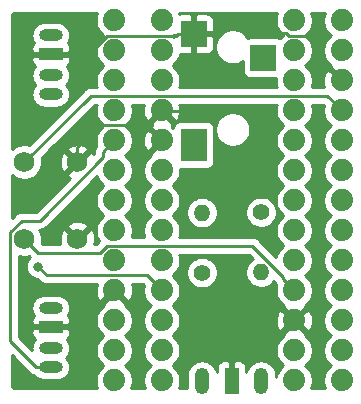
<source format=gbr>
G04 #@! TF.GenerationSoftware,KiCad,Pcbnew,(5.1.5-0-10_14)*
G04 #@! TF.CreationDate,2020-05-13T01:35:36-07:00*
G04 #@! TF.ProjectId,prost-pcb,70726f73-742d-4706-9362-2e6b69636164,0.1.0*
G04 #@! TF.SameCoordinates,Original*
G04 #@! TF.FileFunction,Copper,L2,Bot*
G04 #@! TF.FilePolarity,Positive*
%FSLAX46Y46*%
G04 Gerber Fmt 4.6, Leading zero omitted, Abs format (unit mm)*
G04 Created by KiCad (PCBNEW (5.1.5-0-10_14)) date 2020-05-13 01:35:36*
%MOMM*%
%LPD*%
G04 APERTURE LIST*
%ADD10C,1.879600*%
%ADD11R,2.200000X2.200000*%
%ADD12R,2.200000X2.800000*%
%ADD13O,1.400000X1.400000*%
%ADD14C,1.400000*%
%ADD15O,1.250000X2.250000*%
%ADD16R,1.250000X2.250000*%
%ADD17O,2.000000X1.000000*%
%ADD18R,2.000000X1.000000*%
%ADD19C,1.750000*%
%ADD20C,0.800000*%
%ADD21C,0.250000*%
%ADD22C,0.254000*%
G04 APERTURE END LIST*
D10*
X157600000Y-117240000D03*
X142380000Y-117240000D03*
D11*
X155000000Y-89900000D03*
D12*
X149100000Y-97300000D03*
D11*
X149100000Y-87900000D03*
D13*
X149800000Y-103020000D03*
D14*
X149800000Y-108100000D03*
D13*
X154800000Y-108080000D03*
D14*
X154800000Y-103000000D03*
D15*
X149800000Y-117290000D03*
X154800000Y-117290000D03*
D16*
X152300000Y-117290000D03*
D10*
X157620000Y-114700000D03*
X157620000Y-112160000D03*
X157620000Y-109620000D03*
X157620000Y-107080000D03*
X157620000Y-104540000D03*
X157620000Y-102000000D03*
X157620000Y-99460000D03*
X157620000Y-96920000D03*
X157620000Y-94380000D03*
X157620000Y-91840000D03*
X157620000Y-89300000D03*
X157620000Y-86760000D03*
X142380000Y-86760000D03*
X142380000Y-89300000D03*
X142380000Y-91840000D03*
X142380000Y-94380000D03*
X142380000Y-96920000D03*
X142380000Y-99460000D03*
X142380000Y-102000000D03*
X142380000Y-104540000D03*
X142380000Y-107080000D03*
X142380000Y-109620000D03*
X142380000Y-112160000D03*
X142380000Y-114700000D03*
X161620000Y-86760000D03*
X161620000Y-89300000D03*
X161620000Y-91840000D03*
X161620000Y-94380000D03*
X161620000Y-96920000D03*
X161620000Y-99460000D03*
X161620000Y-102000000D03*
X161620000Y-104540000D03*
X161620000Y-107080000D03*
X161620000Y-109620000D03*
X161620000Y-112160000D03*
X161620000Y-114700000D03*
X161620000Y-117240000D03*
X146380000Y-117240000D03*
X146380000Y-114700000D03*
X146380000Y-112160000D03*
X146380000Y-109620000D03*
X146380000Y-107080000D03*
X146380000Y-104540000D03*
X146380000Y-102000000D03*
X146380000Y-99460000D03*
X146380000Y-96920000D03*
X146380000Y-94380000D03*
X146380000Y-91840000D03*
X146380000Y-89300000D03*
X146380000Y-86760000D03*
D17*
X137000000Y-111100000D03*
X137000000Y-116100000D03*
X137000000Y-114500000D03*
D18*
X137000000Y-112700000D03*
D17*
X137000000Y-88000000D03*
X137000000Y-93000000D03*
X137000000Y-91400000D03*
D18*
X137000000Y-89600000D03*
D19*
X139250000Y-98750000D03*
X139250000Y-105250000D03*
X134750000Y-98750000D03*
X134750000Y-105250000D03*
D20*
X135900000Y-107600000D03*
X150800000Y-94400000D03*
D21*
X133549999Y-104673999D02*
X133549999Y-113899999D01*
X136076002Y-103700000D02*
X134523998Y-103700000D01*
X135750000Y-116100000D02*
X137000000Y-116100000D01*
X133549999Y-113899999D02*
X135750000Y-116100000D01*
X134523998Y-103700000D02*
X133549999Y-104673999D01*
X141440201Y-98335801D02*
X136076002Y-103700000D01*
X141440201Y-97859799D02*
X141440201Y-98335801D01*
X142380000Y-96920000D02*
X141440201Y-97859799D01*
X136644801Y-108344801D02*
X135900000Y-107600000D01*
X145104801Y-108344801D02*
X136644801Y-108344801D01*
X146380000Y-109620000D02*
X145104801Y-108344801D01*
X147750000Y-87900000D02*
X149100000Y-87900000D01*
X140208094Y-89600000D02*
X141772895Y-88035199D01*
X137000000Y-89600000D02*
X140208094Y-89600000D01*
X140384801Y-93115199D02*
X134750000Y-98750000D01*
X160355199Y-93115199D02*
X140384801Y-93115199D01*
X161620000Y-94380000D02*
X160355199Y-93115199D01*
X156680201Y-108680201D02*
X157620000Y-109620000D01*
X156680201Y-108443199D02*
X156680201Y-108680201D01*
X141772895Y-105815199D02*
X154052201Y-105815199D01*
X154052201Y-105815199D02*
X156680201Y-108443199D01*
X135950001Y-106450001D02*
X141138093Y-106450001D01*
X141138093Y-106450001D02*
X141772895Y-105815199D01*
X134750000Y-105250000D02*
X135950001Y-106450001D01*
X160680201Y-90900201D02*
X161620000Y-91840000D01*
X150450000Y-87900000D02*
X150525001Y-87824999D01*
X149100000Y-87900000D02*
X150450000Y-87900000D01*
X146400000Y-94400000D02*
X146380000Y-94380000D01*
X150800000Y-94400000D02*
X146400000Y-94400000D01*
X139250000Y-97512564D02*
X139250000Y-98750000D01*
X141117763Y-95644801D02*
X139250000Y-97512564D01*
X145115199Y-95644801D02*
X141117763Y-95644801D01*
X146380000Y-94380000D02*
X145115199Y-95644801D01*
X147614801Y-88035199D02*
X147750000Y-87900000D01*
X141772895Y-88035199D02*
X147614801Y-88035199D01*
X159800000Y-90020000D02*
X161620000Y-91840000D01*
X157135199Y-88035199D02*
X159235199Y-88035199D01*
X153724999Y-87824999D02*
X156924999Y-87824999D01*
X153200000Y-87300000D02*
X153724999Y-87824999D01*
X159235199Y-88035199D02*
X159800000Y-88600000D01*
X151500000Y-87300000D02*
X153200000Y-87300000D01*
X159800000Y-88600000D02*
X159800000Y-90020000D01*
X150900000Y-87900000D02*
X151500000Y-87300000D01*
X156924999Y-87824999D02*
X157135199Y-88035199D01*
X149100000Y-87900000D02*
X150900000Y-87900000D01*
D22*
G36*
X160102421Y-93937222D02*
G01*
X160045200Y-94224896D01*
X160045200Y-94535104D01*
X160105718Y-94839352D01*
X160224430Y-95125948D01*
X160396773Y-95383877D01*
X160616123Y-95603227D01*
X160686124Y-95650000D01*
X160616123Y-95696773D01*
X160396773Y-95916123D01*
X160224430Y-96174052D01*
X160105718Y-96460648D01*
X160045200Y-96764896D01*
X160045200Y-97075104D01*
X160105718Y-97379352D01*
X160224430Y-97665948D01*
X160396773Y-97923877D01*
X160616123Y-98143227D01*
X160686124Y-98190000D01*
X160616123Y-98236773D01*
X160396773Y-98456123D01*
X160224430Y-98714052D01*
X160105718Y-99000648D01*
X160045200Y-99304896D01*
X160045200Y-99615104D01*
X160105718Y-99919352D01*
X160224430Y-100205948D01*
X160396773Y-100463877D01*
X160616123Y-100683227D01*
X160686124Y-100730000D01*
X160616123Y-100776773D01*
X160396773Y-100996123D01*
X160224430Y-101254052D01*
X160105718Y-101540648D01*
X160045200Y-101844896D01*
X160045200Y-102155104D01*
X160105718Y-102459352D01*
X160224430Y-102745948D01*
X160396773Y-103003877D01*
X160616123Y-103223227D01*
X160686124Y-103270000D01*
X160616123Y-103316773D01*
X160396773Y-103536123D01*
X160224430Y-103794052D01*
X160105718Y-104080648D01*
X160045200Y-104384896D01*
X160045200Y-104695104D01*
X160105718Y-104999352D01*
X160224430Y-105285948D01*
X160396773Y-105543877D01*
X160616123Y-105763227D01*
X160686124Y-105810000D01*
X160616123Y-105856773D01*
X160396773Y-106076123D01*
X160224430Y-106334052D01*
X160105718Y-106620648D01*
X160045200Y-106924896D01*
X160045200Y-107235104D01*
X160105718Y-107539352D01*
X160224430Y-107825948D01*
X160396773Y-108083877D01*
X160616123Y-108303227D01*
X160686124Y-108350000D01*
X160616123Y-108396773D01*
X160396773Y-108616123D01*
X160224430Y-108874052D01*
X160105718Y-109160648D01*
X160045200Y-109464896D01*
X160045200Y-109775104D01*
X160105718Y-110079352D01*
X160224430Y-110365948D01*
X160396773Y-110623877D01*
X160616123Y-110843227D01*
X160686124Y-110890000D01*
X160616123Y-110936773D01*
X160396773Y-111156123D01*
X160224430Y-111414052D01*
X160105718Y-111700648D01*
X160045200Y-112004896D01*
X160045200Y-112315104D01*
X160105718Y-112619352D01*
X160224430Y-112905948D01*
X160396773Y-113163877D01*
X160616123Y-113383227D01*
X160686124Y-113430000D01*
X160616123Y-113476773D01*
X160396773Y-113696123D01*
X160224430Y-113954052D01*
X160105718Y-114240648D01*
X160045200Y-114544896D01*
X160045200Y-114855104D01*
X160105718Y-115159352D01*
X160224430Y-115445948D01*
X160396773Y-115703877D01*
X160616123Y-115923227D01*
X160686124Y-115970000D01*
X160616123Y-116016773D01*
X160396773Y-116236123D01*
X160224430Y-116494052D01*
X160105718Y-116780648D01*
X160045200Y-117084896D01*
X160045200Y-117395104D01*
X160105718Y-117699352D01*
X160190900Y-117905000D01*
X159029100Y-117905000D01*
X159114282Y-117699352D01*
X159174800Y-117395104D01*
X159174800Y-117084896D01*
X159114282Y-116780648D01*
X158995570Y-116494052D01*
X158823227Y-116236123D01*
X158603877Y-116016773D01*
X158543876Y-115976682D01*
X158623877Y-115923227D01*
X158843227Y-115703877D01*
X159015570Y-115445948D01*
X159134282Y-115159352D01*
X159194800Y-114855104D01*
X159194800Y-114544896D01*
X159134282Y-114240648D01*
X159015570Y-113954052D01*
X158843227Y-113696123D01*
X158623877Y-113476773D01*
X158487286Y-113385505D01*
X158532871Y-113252476D01*
X157620000Y-112339605D01*
X156707129Y-113252476D01*
X156752714Y-113385505D01*
X156616123Y-113476773D01*
X156396773Y-113696123D01*
X156224430Y-113954052D01*
X156105718Y-114240648D01*
X156045200Y-114544896D01*
X156045200Y-114855104D01*
X156105718Y-115159352D01*
X156224430Y-115445948D01*
X156396773Y-115703877D01*
X156616123Y-115923227D01*
X156676124Y-115963318D01*
X156596123Y-116016773D01*
X156376773Y-116236123D01*
X156204430Y-116494052D01*
X156085718Y-116780648D01*
X156060000Y-116909943D01*
X156060000Y-116728107D01*
X156041768Y-116542997D01*
X155969720Y-116305486D01*
X155852720Y-116086595D01*
X155695265Y-115894735D01*
X155503404Y-115737280D01*
X155284513Y-115620280D01*
X155047002Y-115548232D01*
X154800000Y-115523904D01*
X154552997Y-115548232D01*
X154315486Y-115620280D01*
X154096595Y-115737280D01*
X153904735Y-115894735D01*
X153747280Y-116086596D01*
X153630280Y-116305487D01*
X153561731Y-116531464D01*
X153563072Y-116165000D01*
X153550812Y-116040518D01*
X153514502Y-115920820D01*
X153455537Y-115810506D01*
X153376185Y-115713815D01*
X153279494Y-115634463D01*
X153169180Y-115575498D01*
X153049482Y-115539188D01*
X152925000Y-115526928D01*
X152585750Y-115530000D01*
X152427000Y-115688750D01*
X152427000Y-117163000D01*
X152447000Y-117163000D01*
X152447000Y-117417000D01*
X152427000Y-117417000D01*
X152427000Y-117437000D01*
X152173000Y-117437000D01*
X152173000Y-117417000D01*
X152153000Y-117417000D01*
X152153000Y-117163000D01*
X152173000Y-117163000D01*
X152173000Y-115688750D01*
X152014250Y-115530000D01*
X151675000Y-115526928D01*
X151550518Y-115539188D01*
X151430820Y-115575498D01*
X151320506Y-115634463D01*
X151223815Y-115713815D01*
X151144463Y-115810506D01*
X151085498Y-115920820D01*
X151049188Y-116040518D01*
X151036928Y-116165000D01*
X151038269Y-116531464D01*
X150969720Y-116305486D01*
X150852720Y-116086595D01*
X150695265Y-115894735D01*
X150503404Y-115737280D01*
X150284513Y-115620280D01*
X150047002Y-115548232D01*
X149800000Y-115523904D01*
X149552997Y-115548232D01*
X149315486Y-115620280D01*
X149096595Y-115737280D01*
X148904735Y-115894735D01*
X148747280Y-116086596D01*
X148630280Y-116305487D01*
X148558232Y-116542998D01*
X148540000Y-116728108D01*
X148540000Y-117851893D01*
X148545231Y-117905000D01*
X147809100Y-117905000D01*
X147894282Y-117699352D01*
X147954800Y-117395104D01*
X147954800Y-117084896D01*
X147894282Y-116780648D01*
X147775570Y-116494052D01*
X147603227Y-116236123D01*
X147383877Y-116016773D01*
X147313876Y-115970000D01*
X147383877Y-115923227D01*
X147603227Y-115703877D01*
X147775570Y-115445948D01*
X147894282Y-115159352D01*
X147954800Y-114855104D01*
X147954800Y-114544896D01*
X147894282Y-114240648D01*
X147775570Y-113954052D01*
X147603227Y-113696123D01*
X147383877Y-113476773D01*
X147313876Y-113430000D01*
X147383877Y-113383227D01*
X147603227Y-113163877D01*
X147775570Y-112905948D01*
X147894282Y-112619352D01*
X147954800Y-112315104D01*
X147954800Y-112224977D01*
X156038916Y-112224977D01*
X156081973Y-112532184D01*
X156184135Y-112825086D01*
X156269277Y-112984377D01*
X156527524Y-113072871D01*
X157440395Y-112160000D01*
X157799605Y-112160000D01*
X158712476Y-113072871D01*
X158970723Y-112984377D01*
X159105597Y-112705024D01*
X159183381Y-112404725D01*
X159201084Y-112095023D01*
X159158027Y-111787816D01*
X159055865Y-111494914D01*
X158970723Y-111335623D01*
X158712476Y-111247129D01*
X157799605Y-112160000D01*
X157440395Y-112160000D01*
X156527524Y-111247129D01*
X156269277Y-111335623D01*
X156134403Y-111614976D01*
X156056619Y-111915275D01*
X156038916Y-112224977D01*
X147954800Y-112224977D01*
X147954800Y-112004896D01*
X147894282Y-111700648D01*
X147775570Y-111414052D01*
X147603227Y-111156123D01*
X147383877Y-110936773D01*
X147313876Y-110890000D01*
X147383877Y-110843227D01*
X147603227Y-110623877D01*
X147775570Y-110365948D01*
X147894282Y-110079352D01*
X147954800Y-109775104D01*
X147954800Y-109464896D01*
X147894282Y-109160648D01*
X147775570Y-108874052D01*
X147603227Y-108616123D01*
X147383877Y-108396773D01*
X147313876Y-108350000D01*
X147383877Y-108303227D01*
X147603227Y-108083877D01*
X147680310Y-107968514D01*
X148465000Y-107968514D01*
X148465000Y-108231486D01*
X148516304Y-108489405D01*
X148616939Y-108732359D01*
X148763038Y-108951013D01*
X148948987Y-109136962D01*
X149167641Y-109283061D01*
X149410595Y-109383696D01*
X149668514Y-109435000D01*
X149931486Y-109435000D01*
X150189405Y-109383696D01*
X150432359Y-109283061D01*
X150651013Y-109136962D01*
X150836962Y-108951013D01*
X150983061Y-108732359D01*
X151083696Y-108489405D01*
X151135000Y-108231486D01*
X151135000Y-107968514D01*
X151083696Y-107710595D01*
X150983061Y-107467641D01*
X150836962Y-107248987D01*
X150651013Y-107063038D01*
X150432359Y-106916939D01*
X150189405Y-106816304D01*
X149931486Y-106765000D01*
X149668514Y-106765000D01*
X149410595Y-106816304D01*
X149167641Y-106916939D01*
X148948987Y-107063038D01*
X148763038Y-107248987D01*
X148616939Y-107467641D01*
X148516304Y-107710595D01*
X148465000Y-107968514D01*
X147680310Y-107968514D01*
X147775570Y-107825948D01*
X147894282Y-107539352D01*
X147954800Y-107235104D01*
X147954800Y-106924896D01*
X147894282Y-106620648D01*
X147875456Y-106575199D01*
X153737400Y-106575199D01*
X154102599Y-106940398D01*
X153948987Y-107043038D01*
X153763038Y-107228987D01*
X153616939Y-107447641D01*
X153516304Y-107690595D01*
X153465000Y-107948514D01*
X153465000Y-108211486D01*
X153516304Y-108469405D01*
X153616939Y-108712359D01*
X153763038Y-108931013D01*
X153948987Y-109116962D01*
X154167641Y-109263061D01*
X154410595Y-109363696D01*
X154668514Y-109415000D01*
X154931486Y-109415000D01*
X155189405Y-109363696D01*
X155432359Y-109263061D01*
X155651013Y-109116962D01*
X155836962Y-108931013D01*
X155927832Y-108795015D01*
X155931198Y-108829187D01*
X155974655Y-108972448D01*
X156045227Y-109104477D01*
X156102910Y-109174764D01*
X156045200Y-109464896D01*
X156045200Y-109775104D01*
X156105718Y-110079352D01*
X156224430Y-110365948D01*
X156396773Y-110623877D01*
X156616123Y-110843227D01*
X156752714Y-110934495D01*
X156707129Y-111067524D01*
X157620000Y-111980395D01*
X158532871Y-111067524D01*
X158487286Y-110934495D01*
X158623877Y-110843227D01*
X158843227Y-110623877D01*
X159015570Y-110365948D01*
X159134282Y-110079352D01*
X159194800Y-109775104D01*
X159194800Y-109464896D01*
X159134282Y-109160648D01*
X159015570Y-108874052D01*
X158843227Y-108616123D01*
X158623877Y-108396773D01*
X158553876Y-108350000D01*
X158623877Y-108303227D01*
X158843227Y-108083877D01*
X159015570Y-107825948D01*
X159134282Y-107539352D01*
X159194800Y-107235104D01*
X159194800Y-106924896D01*
X159134282Y-106620648D01*
X159015570Y-106334052D01*
X158843227Y-106076123D01*
X158623877Y-105856773D01*
X158553876Y-105810000D01*
X158623877Y-105763227D01*
X158843227Y-105543877D01*
X159015570Y-105285948D01*
X159134282Y-104999352D01*
X159194800Y-104695104D01*
X159194800Y-104384896D01*
X159134282Y-104080648D01*
X159015570Y-103794052D01*
X158843227Y-103536123D01*
X158623877Y-103316773D01*
X158553876Y-103270000D01*
X158623877Y-103223227D01*
X158843227Y-103003877D01*
X159015570Y-102745948D01*
X159134282Y-102459352D01*
X159194800Y-102155104D01*
X159194800Y-101844896D01*
X159134282Y-101540648D01*
X159015570Y-101254052D01*
X158843227Y-100996123D01*
X158623877Y-100776773D01*
X158553876Y-100730000D01*
X158623877Y-100683227D01*
X158843227Y-100463877D01*
X159015570Y-100205948D01*
X159134282Y-99919352D01*
X159194800Y-99615104D01*
X159194800Y-99304896D01*
X159134282Y-99000648D01*
X159015570Y-98714052D01*
X158843227Y-98456123D01*
X158623877Y-98236773D01*
X158553876Y-98190000D01*
X158623877Y-98143227D01*
X158843227Y-97923877D01*
X159015570Y-97665948D01*
X159134282Y-97379352D01*
X159194800Y-97075104D01*
X159194800Y-96764896D01*
X159134282Y-96460648D01*
X159015570Y-96174052D01*
X158843227Y-95916123D01*
X158623877Y-95696773D01*
X158553876Y-95650000D01*
X158623877Y-95603227D01*
X158843227Y-95383877D01*
X159015570Y-95125948D01*
X159134282Y-94839352D01*
X159194800Y-94535104D01*
X159194800Y-94224896D01*
X159134282Y-93920648D01*
X159115456Y-93875199D01*
X160040398Y-93875199D01*
X160102421Y-93937222D01*
G37*
X160102421Y-93937222D02*
X160045200Y-94224896D01*
X160045200Y-94535104D01*
X160105718Y-94839352D01*
X160224430Y-95125948D01*
X160396773Y-95383877D01*
X160616123Y-95603227D01*
X160686124Y-95650000D01*
X160616123Y-95696773D01*
X160396773Y-95916123D01*
X160224430Y-96174052D01*
X160105718Y-96460648D01*
X160045200Y-96764896D01*
X160045200Y-97075104D01*
X160105718Y-97379352D01*
X160224430Y-97665948D01*
X160396773Y-97923877D01*
X160616123Y-98143227D01*
X160686124Y-98190000D01*
X160616123Y-98236773D01*
X160396773Y-98456123D01*
X160224430Y-98714052D01*
X160105718Y-99000648D01*
X160045200Y-99304896D01*
X160045200Y-99615104D01*
X160105718Y-99919352D01*
X160224430Y-100205948D01*
X160396773Y-100463877D01*
X160616123Y-100683227D01*
X160686124Y-100730000D01*
X160616123Y-100776773D01*
X160396773Y-100996123D01*
X160224430Y-101254052D01*
X160105718Y-101540648D01*
X160045200Y-101844896D01*
X160045200Y-102155104D01*
X160105718Y-102459352D01*
X160224430Y-102745948D01*
X160396773Y-103003877D01*
X160616123Y-103223227D01*
X160686124Y-103270000D01*
X160616123Y-103316773D01*
X160396773Y-103536123D01*
X160224430Y-103794052D01*
X160105718Y-104080648D01*
X160045200Y-104384896D01*
X160045200Y-104695104D01*
X160105718Y-104999352D01*
X160224430Y-105285948D01*
X160396773Y-105543877D01*
X160616123Y-105763227D01*
X160686124Y-105810000D01*
X160616123Y-105856773D01*
X160396773Y-106076123D01*
X160224430Y-106334052D01*
X160105718Y-106620648D01*
X160045200Y-106924896D01*
X160045200Y-107235104D01*
X160105718Y-107539352D01*
X160224430Y-107825948D01*
X160396773Y-108083877D01*
X160616123Y-108303227D01*
X160686124Y-108350000D01*
X160616123Y-108396773D01*
X160396773Y-108616123D01*
X160224430Y-108874052D01*
X160105718Y-109160648D01*
X160045200Y-109464896D01*
X160045200Y-109775104D01*
X160105718Y-110079352D01*
X160224430Y-110365948D01*
X160396773Y-110623877D01*
X160616123Y-110843227D01*
X160686124Y-110890000D01*
X160616123Y-110936773D01*
X160396773Y-111156123D01*
X160224430Y-111414052D01*
X160105718Y-111700648D01*
X160045200Y-112004896D01*
X160045200Y-112315104D01*
X160105718Y-112619352D01*
X160224430Y-112905948D01*
X160396773Y-113163877D01*
X160616123Y-113383227D01*
X160686124Y-113430000D01*
X160616123Y-113476773D01*
X160396773Y-113696123D01*
X160224430Y-113954052D01*
X160105718Y-114240648D01*
X160045200Y-114544896D01*
X160045200Y-114855104D01*
X160105718Y-115159352D01*
X160224430Y-115445948D01*
X160396773Y-115703877D01*
X160616123Y-115923227D01*
X160686124Y-115970000D01*
X160616123Y-116016773D01*
X160396773Y-116236123D01*
X160224430Y-116494052D01*
X160105718Y-116780648D01*
X160045200Y-117084896D01*
X160045200Y-117395104D01*
X160105718Y-117699352D01*
X160190900Y-117905000D01*
X159029100Y-117905000D01*
X159114282Y-117699352D01*
X159174800Y-117395104D01*
X159174800Y-117084896D01*
X159114282Y-116780648D01*
X158995570Y-116494052D01*
X158823227Y-116236123D01*
X158603877Y-116016773D01*
X158543876Y-115976682D01*
X158623877Y-115923227D01*
X158843227Y-115703877D01*
X159015570Y-115445948D01*
X159134282Y-115159352D01*
X159194800Y-114855104D01*
X159194800Y-114544896D01*
X159134282Y-114240648D01*
X159015570Y-113954052D01*
X158843227Y-113696123D01*
X158623877Y-113476773D01*
X158487286Y-113385505D01*
X158532871Y-113252476D01*
X157620000Y-112339605D01*
X156707129Y-113252476D01*
X156752714Y-113385505D01*
X156616123Y-113476773D01*
X156396773Y-113696123D01*
X156224430Y-113954052D01*
X156105718Y-114240648D01*
X156045200Y-114544896D01*
X156045200Y-114855104D01*
X156105718Y-115159352D01*
X156224430Y-115445948D01*
X156396773Y-115703877D01*
X156616123Y-115923227D01*
X156676124Y-115963318D01*
X156596123Y-116016773D01*
X156376773Y-116236123D01*
X156204430Y-116494052D01*
X156085718Y-116780648D01*
X156060000Y-116909943D01*
X156060000Y-116728107D01*
X156041768Y-116542997D01*
X155969720Y-116305486D01*
X155852720Y-116086595D01*
X155695265Y-115894735D01*
X155503404Y-115737280D01*
X155284513Y-115620280D01*
X155047002Y-115548232D01*
X154800000Y-115523904D01*
X154552997Y-115548232D01*
X154315486Y-115620280D01*
X154096595Y-115737280D01*
X153904735Y-115894735D01*
X153747280Y-116086596D01*
X153630280Y-116305487D01*
X153561731Y-116531464D01*
X153563072Y-116165000D01*
X153550812Y-116040518D01*
X153514502Y-115920820D01*
X153455537Y-115810506D01*
X153376185Y-115713815D01*
X153279494Y-115634463D01*
X153169180Y-115575498D01*
X153049482Y-115539188D01*
X152925000Y-115526928D01*
X152585750Y-115530000D01*
X152427000Y-115688750D01*
X152427000Y-117163000D01*
X152447000Y-117163000D01*
X152447000Y-117417000D01*
X152427000Y-117417000D01*
X152427000Y-117437000D01*
X152173000Y-117437000D01*
X152173000Y-117417000D01*
X152153000Y-117417000D01*
X152153000Y-117163000D01*
X152173000Y-117163000D01*
X152173000Y-115688750D01*
X152014250Y-115530000D01*
X151675000Y-115526928D01*
X151550518Y-115539188D01*
X151430820Y-115575498D01*
X151320506Y-115634463D01*
X151223815Y-115713815D01*
X151144463Y-115810506D01*
X151085498Y-115920820D01*
X151049188Y-116040518D01*
X151036928Y-116165000D01*
X151038269Y-116531464D01*
X150969720Y-116305486D01*
X150852720Y-116086595D01*
X150695265Y-115894735D01*
X150503404Y-115737280D01*
X150284513Y-115620280D01*
X150047002Y-115548232D01*
X149800000Y-115523904D01*
X149552997Y-115548232D01*
X149315486Y-115620280D01*
X149096595Y-115737280D01*
X148904735Y-115894735D01*
X148747280Y-116086596D01*
X148630280Y-116305487D01*
X148558232Y-116542998D01*
X148540000Y-116728108D01*
X148540000Y-117851893D01*
X148545231Y-117905000D01*
X147809100Y-117905000D01*
X147894282Y-117699352D01*
X147954800Y-117395104D01*
X147954800Y-117084896D01*
X147894282Y-116780648D01*
X147775570Y-116494052D01*
X147603227Y-116236123D01*
X147383877Y-116016773D01*
X147313876Y-115970000D01*
X147383877Y-115923227D01*
X147603227Y-115703877D01*
X147775570Y-115445948D01*
X147894282Y-115159352D01*
X147954800Y-114855104D01*
X147954800Y-114544896D01*
X147894282Y-114240648D01*
X147775570Y-113954052D01*
X147603227Y-113696123D01*
X147383877Y-113476773D01*
X147313876Y-113430000D01*
X147383877Y-113383227D01*
X147603227Y-113163877D01*
X147775570Y-112905948D01*
X147894282Y-112619352D01*
X147954800Y-112315104D01*
X147954800Y-112224977D01*
X156038916Y-112224977D01*
X156081973Y-112532184D01*
X156184135Y-112825086D01*
X156269277Y-112984377D01*
X156527524Y-113072871D01*
X157440395Y-112160000D01*
X157799605Y-112160000D01*
X158712476Y-113072871D01*
X158970723Y-112984377D01*
X159105597Y-112705024D01*
X159183381Y-112404725D01*
X159201084Y-112095023D01*
X159158027Y-111787816D01*
X159055865Y-111494914D01*
X158970723Y-111335623D01*
X158712476Y-111247129D01*
X157799605Y-112160000D01*
X157440395Y-112160000D01*
X156527524Y-111247129D01*
X156269277Y-111335623D01*
X156134403Y-111614976D01*
X156056619Y-111915275D01*
X156038916Y-112224977D01*
X147954800Y-112224977D01*
X147954800Y-112004896D01*
X147894282Y-111700648D01*
X147775570Y-111414052D01*
X147603227Y-111156123D01*
X147383877Y-110936773D01*
X147313876Y-110890000D01*
X147383877Y-110843227D01*
X147603227Y-110623877D01*
X147775570Y-110365948D01*
X147894282Y-110079352D01*
X147954800Y-109775104D01*
X147954800Y-109464896D01*
X147894282Y-109160648D01*
X147775570Y-108874052D01*
X147603227Y-108616123D01*
X147383877Y-108396773D01*
X147313876Y-108350000D01*
X147383877Y-108303227D01*
X147603227Y-108083877D01*
X147680310Y-107968514D01*
X148465000Y-107968514D01*
X148465000Y-108231486D01*
X148516304Y-108489405D01*
X148616939Y-108732359D01*
X148763038Y-108951013D01*
X148948987Y-109136962D01*
X149167641Y-109283061D01*
X149410595Y-109383696D01*
X149668514Y-109435000D01*
X149931486Y-109435000D01*
X150189405Y-109383696D01*
X150432359Y-109283061D01*
X150651013Y-109136962D01*
X150836962Y-108951013D01*
X150983061Y-108732359D01*
X151083696Y-108489405D01*
X151135000Y-108231486D01*
X151135000Y-107968514D01*
X151083696Y-107710595D01*
X150983061Y-107467641D01*
X150836962Y-107248987D01*
X150651013Y-107063038D01*
X150432359Y-106916939D01*
X150189405Y-106816304D01*
X149931486Y-106765000D01*
X149668514Y-106765000D01*
X149410595Y-106816304D01*
X149167641Y-106916939D01*
X148948987Y-107063038D01*
X148763038Y-107248987D01*
X148616939Y-107467641D01*
X148516304Y-107710595D01*
X148465000Y-107968514D01*
X147680310Y-107968514D01*
X147775570Y-107825948D01*
X147894282Y-107539352D01*
X147954800Y-107235104D01*
X147954800Y-106924896D01*
X147894282Y-106620648D01*
X147875456Y-106575199D01*
X153737400Y-106575199D01*
X154102599Y-106940398D01*
X153948987Y-107043038D01*
X153763038Y-107228987D01*
X153616939Y-107447641D01*
X153516304Y-107690595D01*
X153465000Y-107948514D01*
X153465000Y-108211486D01*
X153516304Y-108469405D01*
X153616939Y-108712359D01*
X153763038Y-108931013D01*
X153948987Y-109116962D01*
X154167641Y-109263061D01*
X154410595Y-109363696D01*
X154668514Y-109415000D01*
X154931486Y-109415000D01*
X155189405Y-109363696D01*
X155432359Y-109263061D01*
X155651013Y-109116962D01*
X155836962Y-108931013D01*
X155927832Y-108795015D01*
X155931198Y-108829187D01*
X155974655Y-108972448D01*
X156045227Y-109104477D01*
X156102910Y-109174764D01*
X156045200Y-109464896D01*
X156045200Y-109775104D01*
X156105718Y-110079352D01*
X156224430Y-110365948D01*
X156396773Y-110623877D01*
X156616123Y-110843227D01*
X156752714Y-110934495D01*
X156707129Y-111067524D01*
X157620000Y-111980395D01*
X158532871Y-111067524D01*
X158487286Y-110934495D01*
X158623877Y-110843227D01*
X158843227Y-110623877D01*
X159015570Y-110365948D01*
X159134282Y-110079352D01*
X159194800Y-109775104D01*
X159194800Y-109464896D01*
X159134282Y-109160648D01*
X159015570Y-108874052D01*
X158843227Y-108616123D01*
X158623877Y-108396773D01*
X158553876Y-108350000D01*
X158623877Y-108303227D01*
X158843227Y-108083877D01*
X159015570Y-107825948D01*
X159134282Y-107539352D01*
X159194800Y-107235104D01*
X159194800Y-106924896D01*
X159134282Y-106620648D01*
X159015570Y-106334052D01*
X158843227Y-106076123D01*
X158623877Y-105856773D01*
X158553876Y-105810000D01*
X158623877Y-105763227D01*
X158843227Y-105543877D01*
X159015570Y-105285948D01*
X159134282Y-104999352D01*
X159194800Y-104695104D01*
X159194800Y-104384896D01*
X159134282Y-104080648D01*
X159015570Y-103794052D01*
X158843227Y-103536123D01*
X158623877Y-103316773D01*
X158553876Y-103270000D01*
X158623877Y-103223227D01*
X158843227Y-103003877D01*
X159015570Y-102745948D01*
X159134282Y-102459352D01*
X159194800Y-102155104D01*
X159194800Y-101844896D01*
X159134282Y-101540648D01*
X159015570Y-101254052D01*
X158843227Y-100996123D01*
X158623877Y-100776773D01*
X158553876Y-100730000D01*
X158623877Y-100683227D01*
X158843227Y-100463877D01*
X159015570Y-100205948D01*
X159134282Y-99919352D01*
X159194800Y-99615104D01*
X159194800Y-99304896D01*
X159134282Y-99000648D01*
X159015570Y-98714052D01*
X158843227Y-98456123D01*
X158623877Y-98236773D01*
X158553876Y-98190000D01*
X158623877Y-98143227D01*
X158843227Y-97923877D01*
X159015570Y-97665948D01*
X159134282Y-97379352D01*
X159194800Y-97075104D01*
X159194800Y-96764896D01*
X159134282Y-96460648D01*
X159015570Y-96174052D01*
X158843227Y-95916123D01*
X158623877Y-95696773D01*
X158553876Y-95650000D01*
X158623877Y-95603227D01*
X158843227Y-95383877D01*
X159015570Y-95125948D01*
X159134282Y-94839352D01*
X159194800Y-94535104D01*
X159194800Y-94224896D01*
X159134282Y-93920648D01*
X159115456Y-93875199D01*
X160040398Y-93875199D01*
X160102421Y-93937222D01*
G36*
X134601278Y-106760000D02*
G01*
X134898722Y-106760000D01*
X135137668Y-106712470D01*
X135230744Y-106805545D01*
X135096063Y-106940226D01*
X134982795Y-107109744D01*
X134904774Y-107298102D01*
X134865000Y-107498061D01*
X134865000Y-107701939D01*
X134904774Y-107901898D01*
X134982795Y-108090256D01*
X135096063Y-108259774D01*
X135240226Y-108403937D01*
X135409744Y-108517205D01*
X135598102Y-108595226D01*
X135798061Y-108635000D01*
X135860198Y-108635000D01*
X136081002Y-108855803D01*
X136104800Y-108884802D01*
X136220525Y-108979775D01*
X136352554Y-109050347D01*
X136495815Y-109093804D01*
X136607468Y-109104801D01*
X136607476Y-109104801D01*
X136644801Y-109108477D01*
X136682126Y-109104801D01*
X140886678Y-109104801D01*
X140816619Y-109375275D01*
X140798916Y-109684977D01*
X140841973Y-109992184D01*
X140944135Y-110285086D01*
X141029277Y-110444377D01*
X141287524Y-110532871D01*
X142200395Y-109620000D01*
X142186253Y-109605858D01*
X142365858Y-109426253D01*
X142380000Y-109440395D01*
X142394143Y-109426253D01*
X142573748Y-109605858D01*
X142559605Y-109620000D01*
X143472476Y-110532871D01*
X143730723Y-110444377D01*
X143865597Y-110165024D01*
X143943381Y-109864725D01*
X143961084Y-109555023D01*
X143918027Y-109247816D01*
X143868144Y-109104801D01*
X144790000Y-109104801D01*
X144862421Y-109177222D01*
X144805200Y-109464896D01*
X144805200Y-109775104D01*
X144865718Y-110079352D01*
X144984430Y-110365948D01*
X145156773Y-110623877D01*
X145376123Y-110843227D01*
X145446124Y-110890000D01*
X145376123Y-110936773D01*
X145156773Y-111156123D01*
X144984430Y-111414052D01*
X144865718Y-111700648D01*
X144805200Y-112004896D01*
X144805200Y-112315104D01*
X144865718Y-112619352D01*
X144984430Y-112905948D01*
X145156773Y-113163877D01*
X145376123Y-113383227D01*
X145446124Y-113430000D01*
X145376123Y-113476773D01*
X145156773Y-113696123D01*
X144984430Y-113954052D01*
X144865718Y-114240648D01*
X144805200Y-114544896D01*
X144805200Y-114855104D01*
X144865718Y-115159352D01*
X144984430Y-115445948D01*
X145156773Y-115703877D01*
X145376123Y-115923227D01*
X145446124Y-115970000D01*
X145376123Y-116016773D01*
X145156773Y-116236123D01*
X144984430Y-116494052D01*
X144865718Y-116780648D01*
X144805200Y-117084896D01*
X144805200Y-117395104D01*
X144865718Y-117699352D01*
X144950900Y-117905000D01*
X143809100Y-117905000D01*
X143894282Y-117699352D01*
X143954800Y-117395104D01*
X143954800Y-117084896D01*
X143894282Y-116780648D01*
X143775570Y-116494052D01*
X143603227Y-116236123D01*
X143383877Y-116016773D01*
X143313876Y-115970000D01*
X143383877Y-115923227D01*
X143603227Y-115703877D01*
X143775570Y-115445948D01*
X143894282Y-115159352D01*
X143954800Y-114855104D01*
X143954800Y-114544896D01*
X143894282Y-114240648D01*
X143775570Y-113954052D01*
X143603227Y-113696123D01*
X143383877Y-113476773D01*
X143313876Y-113430000D01*
X143383877Y-113383227D01*
X143603227Y-113163877D01*
X143775570Y-112905948D01*
X143894282Y-112619352D01*
X143954800Y-112315104D01*
X143954800Y-112004896D01*
X143894282Y-111700648D01*
X143775570Y-111414052D01*
X143603227Y-111156123D01*
X143383877Y-110936773D01*
X143247286Y-110845505D01*
X143292871Y-110712476D01*
X142380000Y-109799605D01*
X141467129Y-110712476D01*
X141512714Y-110845505D01*
X141376123Y-110936773D01*
X141156773Y-111156123D01*
X140984430Y-111414052D01*
X140865718Y-111700648D01*
X140805200Y-112004896D01*
X140805200Y-112315104D01*
X140865718Y-112619352D01*
X140984430Y-112905948D01*
X141156773Y-113163877D01*
X141376123Y-113383227D01*
X141446124Y-113430000D01*
X141376123Y-113476773D01*
X141156773Y-113696123D01*
X140984430Y-113954052D01*
X140865718Y-114240648D01*
X140805200Y-114544896D01*
X140805200Y-114855104D01*
X140865718Y-115159352D01*
X140984430Y-115445948D01*
X141156773Y-115703877D01*
X141376123Y-115923227D01*
X141446124Y-115970000D01*
X141376123Y-116016773D01*
X141156773Y-116236123D01*
X140984430Y-116494052D01*
X140865718Y-116780648D01*
X140805200Y-117084896D01*
X140805200Y-117395104D01*
X140865718Y-117699352D01*
X140950900Y-117905000D01*
X134033991Y-117905000D01*
X133941406Y-117895922D01*
X133885044Y-117878905D01*
X133833057Y-117851263D01*
X133787438Y-117814057D01*
X133749905Y-117768688D01*
X133721906Y-117716905D01*
X133704494Y-117660656D01*
X133695000Y-117570325D01*
X133695000Y-115119801D01*
X135186201Y-116611003D01*
X135209999Y-116640001D01*
X135325724Y-116734974D01*
X135457753Y-116805546D01*
X135601014Y-116849003D01*
X135650398Y-116853867D01*
X135693551Y-116906449D01*
X135866377Y-117048284D01*
X136063553Y-117153676D01*
X136277501Y-117218577D01*
X136444248Y-117235000D01*
X137555752Y-117235000D01*
X137722499Y-117218577D01*
X137936447Y-117153676D01*
X138133623Y-117048284D01*
X138306449Y-116906449D01*
X138448284Y-116733623D01*
X138553676Y-116536447D01*
X138618577Y-116322499D01*
X138640491Y-116100000D01*
X138618577Y-115877501D01*
X138553676Y-115663553D01*
X138448284Y-115466377D01*
X138311742Y-115300000D01*
X138448284Y-115133623D01*
X138553676Y-114936447D01*
X138618577Y-114722499D01*
X138640491Y-114500000D01*
X138618577Y-114277501D01*
X138553676Y-114063553D01*
X138448284Y-113866377D01*
X138342197Y-113737110D01*
X138354494Y-113730537D01*
X138451185Y-113651185D01*
X138530537Y-113554494D01*
X138589502Y-113444180D01*
X138625812Y-113324482D01*
X138638072Y-113200000D01*
X138635000Y-112985750D01*
X138476250Y-112827000D01*
X137127000Y-112827000D01*
X137127000Y-112847000D01*
X136873000Y-112847000D01*
X136873000Y-112827000D01*
X135523750Y-112827000D01*
X135365000Y-112985750D01*
X135361928Y-113200000D01*
X135374188Y-113324482D01*
X135410498Y-113444180D01*
X135469463Y-113554494D01*
X135548815Y-113651185D01*
X135645506Y-113730537D01*
X135657803Y-113737110D01*
X135551716Y-113866377D01*
X135446324Y-114063553D01*
X135381423Y-114277501D01*
X135359509Y-114500000D01*
X135374226Y-114649424D01*
X134309999Y-113585198D01*
X134309999Y-111100000D01*
X135359509Y-111100000D01*
X135381423Y-111322499D01*
X135446324Y-111536447D01*
X135551716Y-111733623D01*
X135557999Y-111741278D01*
X135548815Y-111748815D01*
X135469463Y-111845506D01*
X135410498Y-111955820D01*
X135374188Y-112075518D01*
X135361928Y-112200000D01*
X135365000Y-112414250D01*
X135523750Y-112573000D01*
X136873000Y-112573000D01*
X136873000Y-112553000D01*
X137127000Y-112553000D01*
X137127000Y-112573000D01*
X138476250Y-112573000D01*
X138635000Y-112414250D01*
X138638072Y-112200000D01*
X138625812Y-112075518D01*
X138589502Y-111955820D01*
X138530537Y-111845506D01*
X138451185Y-111748815D01*
X138442001Y-111741278D01*
X138448284Y-111733623D01*
X138553676Y-111536447D01*
X138618577Y-111322499D01*
X138640491Y-111100000D01*
X138618577Y-110877501D01*
X138553676Y-110663553D01*
X138448284Y-110466377D01*
X138306449Y-110293551D01*
X138133623Y-110151716D01*
X137936447Y-110046324D01*
X137722499Y-109981423D01*
X137555752Y-109965000D01*
X136444248Y-109965000D01*
X136277501Y-109981423D01*
X136063553Y-110046324D01*
X135866377Y-110151716D01*
X135693551Y-110293551D01*
X135551716Y-110466377D01*
X135446324Y-110663553D01*
X135381423Y-110877501D01*
X135359509Y-111100000D01*
X134309999Y-111100000D01*
X134309999Y-106702061D01*
X134601278Y-106760000D01*
G37*
X134601278Y-106760000D02*
X134898722Y-106760000D01*
X135137668Y-106712470D01*
X135230744Y-106805545D01*
X135096063Y-106940226D01*
X134982795Y-107109744D01*
X134904774Y-107298102D01*
X134865000Y-107498061D01*
X134865000Y-107701939D01*
X134904774Y-107901898D01*
X134982795Y-108090256D01*
X135096063Y-108259774D01*
X135240226Y-108403937D01*
X135409744Y-108517205D01*
X135598102Y-108595226D01*
X135798061Y-108635000D01*
X135860198Y-108635000D01*
X136081002Y-108855803D01*
X136104800Y-108884802D01*
X136220525Y-108979775D01*
X136352554Y-109050347D01*
X136495815Y-109093804D01*
X136607468Y-109104801D01*
X136607476Y-109104801D01*
X136644801Y-109108477D01*
X136682126Y-109104801D01*
X140886678Y-109104801D01*
X140816619Y-109375275D01*
X140798916Y-109684977D01*
X140841973Y-109992184D01*
X140944135Y-110285086D01*
X141029277Y-110444377D01*
X141287524Y-110532871D01*
X142200395Y-109620000D01*
X142186253Y-109605858D01*
X142365858Y-109426253D01*
X142380000Y-109440395D01*
X142394143Y-109426253D01*
X142573748Y-109605858D01*
X142559605Y-109620000D01*
X143472476Y-110532871D01*
X143730723Y-110444377D01*
X143865597Y-110165024D01*
X143943381Y-109864725D01*
X143961084Y-109555023D01*
X143918027Y-109247816D01*
X143868144Y-109104801D01*
X144790000Y-109104801D01*
X144862421Y-109177222D01*
X144805200Y-109464896D01*
X144805200Y-109775104D01*
X144865718Y-110079352D01*
X144984430Y-110365948D01*
X145156773Y-110623877D01*
X145376123Y-110843227D01*
X145446124Y-110890000D01*
X145376123Y-110936773D01*
X145156773Y-111156123D01*
X144984430Y-111414052D01*
X144865718Y-111700648D01*
X144805200Y-112004896D01*
X144805200Y-112315104D01*
X144865718Y-112619352D01*
X144984430Y-112905948D01*
X145156773Y-113163877D01*
X145376123Y-113383227D01*
X145446124Y-113430000D01*
X145376123Y-113476773D01*
X145156773Y-113696123D01*
X144984430Y-113954052D01*
X144865718Y-114240648D01*
X144805200Y-114544896D01*
X144805200Y-114855104D01*
X144865718Y-115159352D01*
X144984430Y-115445948D01*
X145156773Y-115703877D01*
X145376123Y-115923227D01*
X145446124Y-115970000D01*
X145376123Y-116016773D01*
X145156773Y-116236123D01*
X144984430Y-116494052D01*
X144865718Y-116780648D01*
X144805200Y-117084896D01*
X144805200Y-117395104D01*
X144865718Y-117699352D01*
X144950900Y-117905000D01*
X143809100Y-117905000D01*
X143894282Y-117699352D01*
X143954800Y-117395104D01*
X143954800Y-117084896D01*
X143894282Y-116780648D01*
X143775570Y-116494052D01*
X143603227Y-116236123D01*
X143383877Y-116016773D01*
X143313876Y-115970000D01*
X143383877Y-115923227D01*
X143603227Y-115703877D01*
X143775570Y-115445948D01*
X143894282Y-115159352D01*
X143954800Y-114855104D01*
X143954800Y-114544896D01*
X143894282Y-114240648D01*
X143775570Y-113954052D01*
X143603227Y-113696123D01*
X143383877Y-113476773D01*
X143313876Y-113430000D01*
X143383877Y-113383227D01*
X143603227Y-113163877D01*
X143775570Y-112905948D01*
X143894282Y-112619352D01*
X143954800Y-112315104D01*
X143954800Y-112004896D01*
X143894282Y-111700648D01*
X143775570Y-111414052D01*
X143603227Y-111156123D01*
X143383877Y-110936773D01*
X143247286Y-110845505D01*
X143292871Y-110712476D01*
X142380000Y-109799605D01*
X141467129Y-110712476D01*
X141512714Y-110845505D01*
X141376123Y-110936773D01*
X141156773Y-111156123D01*
X140984430Y-111414052D01*
X140865718Y-111700648D01*
X140805200Y-112004896D01*
X140805200Y-112315104D01*
X140865718Y-112619352D01*
X140984430Y-112905948D01*
X141156773Y-113163877D01*
X141376123Y-113383227D01*
X141446124Y-113430000D01*
X141376123Y-113476773D01*
X141156773Y-113696123D01*
X140984430Y-113954052D01*
X140865718Y-114240648D01*
X140805200Y-114544896D01*
X140805200Y-114855104D01*
X140865718Y-115159352D01*
X140984430Y-115445948D01*
X141156773Y-115703877D01*
X141376123Y-115923227D01*
X141446124Y-115970000D01*
X141376123Y-116016773D01*
X141156773Y-116236123D01*
X140984430Y-116494052D01*
X140865718Y-116780648D01*
X140805200Y-117084896D01*
X140805200Y-117395104D01*
X140865718Y-117699352D01*
X140950900Y-117905000D01*
X134033991Y-117905000D01*
X133941406Y-117895922D01*
X133885044Y-117878905D01*
X133833057Y-117851263D01*
X133787438Y-117814057D01*
X133749905Y-117768688D01*
X133721906Y-117716905D01*
X133704494Y-117660656D01*
X133695000Y-117570325D01*
X133695000Y-115119801D01*
X135186201Y-116611003D01*
X135209999Y-116640001D01*
X135325724Y-116734974D01*
X135457753Y-116805546D01*
X135601014Y-116849003D01*
X135650398Y-116853867D01*
X135693551Y-116906449D01*
X135866377Y-117048284D01*
X136063553Y-117153676D01*
X136277501Y-117218577D01*
X136444248Y-117235000D01*
X137555752Y-117235000D01*
X137722499Y-117218577D01*
X137936447Y-117153676D01*
X138133623Y-117048284D01*
X138306449Y-116906449D01*
X138448284Y-116733623D01*
X138553676Y-116536447D01*
X138618577Y-116322499D01*
X138640491Y-116100000D01*
X138618577Y-115877501D01*
X138553676Y-115663553D01*
X138448284Y-115466377D01*
X138311742Y-115300000D01*
X138448284Y-115133623D01*
X138553676Y-114936447D01*
X138618577Y-114722499D01*
X138640491Y-114500000D01*
X138618577Y-114277501D01*
X138553676Y-114063553D01*
X138448284Y-113866377D01*
X138342197Y-113737110D01*
X138354494Y-113730537D01*
X138451185Y-113651185D01*
X138530537Y-113554494D01*
X138589502Y-113444180D01*
X138625812Y-113324482D01*
X138638072Y-113200000D01*
X138635000Y-112985750D01*
X138476250Y-112827000D01*
X137127000Y-112827000D01*
X137127000Y-112847000D01*
X136873000Y-112847000D01*
X136873000Y-112827000D01*
X135523750Y-112827000D01*
X135365000Y-112985750D01*
X135361928Y-113200000D01*
X135374188Y-113324482D01*
X135410498Y-113444180D01*
X135469463Y-113554494D01*
X135548815Y-113651185D01*
X135645506Y-113730537D01*
X135657803Y-113737110D01*
X135551716Y-113866377D01*
X135446324Y-114063553D01*
X135381423Y-114277501D01*
X135359509Y-114500000D01*
X135374226Y-114649424D01*
X134309999Y-113585198D01*
X134309999Y-111100000D01*
X135359509Y-111100000D01*
X135381423Y-111322499D01*
X135446324Y-111536447D01*
X135551716Y-111733623D01*
X135557999Y-111741278D01*
X135548815Y-111748815D01*
X135469463Y-111845506D01*
X135410498Y-111955820D01*
X135374188Y-112075518D01*
X135361928Y-112200000D01*
X135365000Y-112414250D01*
X135523750Y-112573000D01*
X136873000Y-112573000D01*
X136873000Y-112553000D01*
X137127000Y-112553000D01*
X137127000Y-112573000D01*
X138476250Y-112573000D01*
X138635000Y-112414250D01*
X138638072Y-112200000D01*
X138625812Y-112075518D01*
X138589502Y-111955820D01*
X138530537Y-111845506D01*
X138451185Y-111748815D01*
X138442001Y-111741278D01*
X138448284Y-111733623D01*
X138553676Y-111536447D01*
X138618577Y-111322499D01*
X138640491Y-111100000D01*
X138618577Y-110877501D01*
X138553676Y-110663553D01*
X138448284Y-110466377D01*
X138306449Y-110293551D01*
X138133623Y-110151716D01*
X137936447Y-110046324D01*
X137722499Y-109981423D01*
X137555752Y-109965000D01*
X136444248Y-109965000D01*
X136277501Y-109981423D01*
X136063553Y-110046324D01*
X135866377Y-110151716D01*
X135693551Y-110293551D01*
X135551716Y-110466377D01*
X135446324Y-110663553D01*
X135381423Y-110877501D01*
X135359509Y-111100000D01*
X134309999Y-111100000D01*
X134309999Y-106702061D01*
X134601278Y-106760000D01*
G36*
X142573748Y-107065858D02*
G01*
X142559605Y-107080000D01*
X142573748Y-107094143D01*
X142394143Y-107273748D01*
X142380000Y-107259605D01*
X142365858Y-107273748D01*
X142186253Y-107094143D01*
X142200395Y-107080000D01*
X142186253Y-107065858D01*
X142365858Y-106886253D01*
X142380000Y-106900395D01*
X142394143Y-106886253D01*
X142573748Y-107065858D01*
G37*
X142573748Y-107065858D02*
X142559605Y-107080000D01*
X142573748Y-107094143D01*
X142394143Y-107273748D01*
X142380000Y-107259605D01*
X142365858Y-107273748D01*
X142186253Y-107094143D01*
X142200395Y-107080000D01*
X142186253Y-107065858D01*
X142365858Y-106886253D01*
X142380000Y-106900395D01*
X142394143Y-106886253D01*
X142573748Y-107065858D01*
G36*
X144816619Y-94135275D02*
G01*
X144798916Y-94444977D01*
X144841973Y-94752184D01*
X144944135Y-95045086D01*
X145029277Y-95204377D01*
X145287524Y-95292871D01*
X146200395Y-94380000D01*
X146186253Y-94365858D01*
X146365858Y-94186253D01*
X146380000Y-94200395D01*
X146394143Y-94186253D01*
X146573748Y-94365858D01*
X146559605Y-94380000D01*
X147472476Y-95292871D01*
X147730723Y-95204377D01*
X147865597Y-94925024D01*
X147943381Y-94624725D01*
X147961084Y-94315023D01*
X147918027Y-94007816D01*
X147871771Y-93875199D01*
X156124544Y-93875199D01*
X156105718Y-93920648D01*
X156045200Y-94224896D01*
X156045200Y-94535104D01*
X156105718Y-94839352D01*
X156224430Y-95125948D01*
X156396773Y-95383877D01*
X156616123Y-95603227D01*
X156686124Y-95650000D01*
X156616123Y-95696773D01*
X156396773Y-95916123D01*
X156224430Y-96174052D01*
X156105718Y-96460648D01*
X156045200Y-96764896D01*
X156045200Y-97075104D01*
X156105718Y-97379352D01*
X156224430Y-97665948D01*
X156396773Y-97923877D01*
X156616123Y-98143227D01*
X156686124Y-98190000D01*
X156616123Y-98236773D01*
X156396773Y-98456123D01*
X156224430Y-98714052D01*
X156105718Y-99000648D01*
X156045200Y-99304896D01*
X156045200Y-99615104D01*
X156105718Y-99919352D01*
X156224430Y-100205948D01*
X156396773Y-100463877D01*
X156616123Y-100683227D01*
X156686124Y-100730000D01*
X156616123Y-100776773D01*
X156396773Y-100996123D01*
X156224430Y-101254052D01*
X156105718Y-101540648D01*
X156045200Y-101844896D01*
X156045200Y-102155104D01*
X156105718Y-102459352D01*
X156224430Y-102745948D01*
X156396773Y-103003877D01*
X156616123Y-103223227D01*
X156686124Y-103270000D01*
X156616123Y-103316773D01*
X156396773Y-103536123D01*
X156224430Y-103794052D01*
X156105718Y-104080648D01*
X156045200Y-104384896D01*
X156045200Y-104695104D01*
X156105718Y-104999352D01*
X156224430Y-105285948D01*
X156396773Y-105543877D01*
X156616123Y-105763227D01*
X156686124Y-105810000D01*
X156616123Y-105856773D01*
X156396773Y-106076123D01*
X156224430Y-106334052D01*
X156105718Y-106620648D01*
X156076972Y-106765168D01*
X154616005Y-105304202D01*
X154592202Y-105275198D01*
X154476477Y-105180225D01*
X154344448Y-105109653D01*
X154201187Y-105066196D01*
X154089534Y-105055199D01*
X154089523Y-105055199D01*
X154052201Y-105051523D01*
X154014879Y-105055199D01*
X147871149Y-105055199D01*
X147894282Y-104999352D01*
X147954800Y-104695104D01*
X147954800Y-104384896D01*
X147894282Y-104080648D01*
X147775570Y-103794052D01*
X147603227Y-103536123D01*
X147383877Y-103316773D01*
X147313876Y-103270000D01*
X147383877Y-103223227D01*
X147603227Y-103003877D01*
X147680310Y-102888514D01*
X148465000Y-102888514D01*
X148465000Y-103151486D01*
X148516304Y-103409405D01*
X148616939Y-103652359D01*
X148763038Y-103871013D01*
X148948987Y-104056962D01*
X149167641Y-104203061D01*
X149410595Y-104303696D01*
X149668514Y-104355000D01*
X149931486Y-104355000D01*
X150189405Y-104303696D01*
X150432359Y-104203061D01*
X150651013Y-104056962D01*
X150836962Y-103871013D01*
X150983061Y-103652359D01*
X151083696Y-103409405D01*
X151135000Y-103151486D01*
X151135000Y-102888514D01*
X151131022Y-102868514D01*
X153465000Y-102868514D01*
X153465000Y-103131486D01*
X153516304Y-103389405D01*
X153616939Y-103632359D01*
X153763038Y-103851013D01*
X153948987Y-104036962D01*
X154167641Y-104183061D01*
X154410595Y-104283696D01*
X154668514Y-104335000D01*
X154931486Y-104335000D01*
X155189405Y-104283696D01*
X155432359Y-104183061D01*
X155651013Y-104036962D01*
X155836962Y-103851013D01*
X155983061Y-103632359D01*
X156083696Y-103389405D01*
X156135000Y-103131486D01*
X156135000Y-102868514D01*
X156083696Y-102610595D01*
X155983061Y-102367641D01*
X155836962Y-102148987D01*
X155651013Y-101963038D01*
X155432359Y-101816939D01*
X155189405Y-101716304D01*
X154931486Y-101665000D01*
X154668514Y-101665000D01*
X154410595Y-101716304D01*
X154167641Y-101816939D01*
X153948987Y-101963038D01*
X153763038Y-102148987D01*
X153616939Y-102367641D01*
X153516304Y-102610595D01*
X153465000Y-102868514D01*
X151131022Y-102868514D01*
X151083696Y-102630595D01*
X150983061Y-102387641D01*
X150836962Y-102168987D01*
X150651013Y-101983038D01*
X150432359Y-101836939D01*
X150189405Y-101736304D01*
X149931486Y-101685000D01*
X149668514Y-101685000D01*
X149410595Y-101736304D01*
X149167641Y-101836939D01*
X148948987Y-101983038D01*
X148763038Y-102168987D01*
X148616939Y-102387641D01*
X148516304Y-102630595D01*
X148465000Y-102888514D01*
X147680310Y-102888514D01*
X147775570Y-102745948D01*
X147894282Y-102459352D01*
X147954800Y-102155104D01*
X147954800Y-101844896D01*
X147894282Y-101540648D01*
X147775570Y-101254052D01*
X147603227Y-100996123D01*
X147383877Y-100776773D01*
X147313876Y-100730000D01*
X147383877Y-100683227D01*
X147603227Y-100463877D01*
X147775570Y-100205948D01*
X147894282Y-99919352D01*
X147954800Y-99615104D01*
X147954800Y-99333620D01*
X148000000Y-99338072D01*
X150200000Y-99338072D01*
X150324482Y-99325812D01*
X150444180Y-99289502D01*
X150554494Y-99230537D01*
X150651185Y-99151185D01*
X150730537Y-99054494D01*
X150789502Y-98944180D01*
X150825812Y-98824482D01*
X150838072Y-98700000D01*
X150838072Y-95900000D01*
X150833516Y-95853740D01*
X150915000Y-95853740D01*
X150915000Y-96146260D01*
X150972068Y-96433158D01*
X151084010Y-96703411D01*
X151246525Y-96946632D01*
X151453368Y-97153475D01*
X151696589Y-97315990D01*
X151966842Y-97427932D01*
X152253740Y-97485000D01*
X152546260Y-97485000D01*
X152833158Y-97427932D01*
X153103411Y-97315990D01*
X153346632Y-97153475D01*
X153553475Y-96946632D01*
X153715990Y-96703411D01*
X153827932Y-96433158D01*
X153885000Y-96146260D01*
X153885000Y-95853740D01*
X153827932Y-95566842D01*
X153715990Y-95296589D01*
X153553475Y-95053368D01*
X153346632Y-94846525D01*
X153103411Y-94684010D01*
X152833158Y-94572068D01*
X152546260Y-94515000D01*
X152253740Y-94515000D01*
X151966842Y-94572068D01*
X151696589Y-94684010D01*
X151453368Y-94846525D01*
X151246525Y-95053368D01*
X151084010Y-95296589D01*
X150972068Y-95566842D01*
X150915000Y-95853740D01*
X150833516Y-95853740D01*
X150825812Y-95775518D01*
X150789502Y-95655820D01*
X150730537Y-95545506D01*
X150651185Y-95448815D01*
X150554494Y-95369463D01*
X150444180Y-95310498D01*
X150324482Y-95274188D01*
X150200000Y-95261928D01*
X148000000Y-95261928D01*
X147875518Y-95274188D01*
X147755820Y-95310498D01*
X147645506Y-95369463D01*
X147548815Y-95448815D01*
X147469463Y-95545506D01*
X147410498Y-95655820D01*
X147386952Y-95733440D01*
X147292870Y-95827522D01*
X147232039Y-95650000D01*
X147292871Y-95472476D01*
X146380000Y-94559605D01*
X145467129Y-95472476D01*
X145527961Y-95650000D01*
X145467129Y-95827524D01*
X146380000Y-96740395D01*
X146394143Y-96726253D01*
X146573748Y-96905858D01*
X146559605Y-96920000D01*
X146573748Y-96934143D01*
X146394143Y-97113748D01*
X146380000Y-97099605D01*
X145467129Y-98012476D01*
X145512714Y-98145505D01*
X145376123Y-98236773D01*
X145156773Y-98456123D01*
X144984430Y-98714052D01*
X144865718Y-99000648D01*
X144805200Y-99304896D01*
X144805200Y-99615104D01*
X144865718Y-99919352D01*
X144984430Y-100205948D01*
X145156773Y-100463877D01*
X145376123Y-100683227D01*
X145446124Y-100730000D01*
X145376123Y-100776773D01*
X145156773Y-100996123D01*
X144984430Y-101254052D01*
X144865718Y-101540648D01*
X144805200Y-101844896D01*
X144805200Y-102155104D01*
X144865718Y-102459352D01*
X144984430Y-102745948D01*
X145156773Y-103003877D01*
X145376123Y-103223227D01*
X145446124Y-103270000D01*
X145376123Y-103316773D01*
X145156773Y-103536123D01*
X144984430Y-103794052D01*
X144865718Y-104080648D01*
X144805200Y-104384896D01*
X144805200Y-104695104D01*
X144865718Y-104999352D01*
X144888851Y-105055199D01*
X143871149Y-105055199D01*
X143894282Y-104999352D01*
X143954800Y-104695104D01*
X143954800Y-104384896D01*
X143894282Y-104080648D01*
X143775570Y-103794052D01*
X143603227Y-103536123D01*
X143383877Y-103316773D01*
X143313876Y-103270000D01*
X143383877Y-103223227D01*
X143603227Y-103003877D01*
X143775570Y-102745948D01*
X143894282Y-102459352D01*
X143954800Y-102155104D01*
X143954800Y-101844896D01*
X143894282Y-101540648D01*
X143775570Y-101254052D01*
X143603227Y-100996123D01*
X143383877Y-100776773D01*
X143313876Y-100730000D01*
X143383877Y-100683227D01*
X143603227Y-100463877D01*
X143775570Y-100205948D01*
X143894282Y-99919352D01*
X143954800Y-99615104D01*
X143954800Y-99304896D01*
X143894282Y-99000648D01*
X143775570Y-98714052D01*
X143603227Y-98456123D01*
X143383877Y-98236773D01*
X143313876Y-98190000D01*
X143383877Y-98143227D01*
X143603227Y-97923877D01*
X143775570Y-97665948D01*
X143894282Y-97379352D01*
X143954800Y-97075104D01*
X143954800Y-96984977D01*
X144798916Y-96984977D01*
X144841973Y-97292184D01*
X144944135Y-97585086D01*
X145029277Y-97744377D01*
X145287524Y-97832871D01*
X146200395Y-96920000D01*
X145287524Y-96007129D01*
X145029277Y-96095623D01*
X144894403Y-96374976D01*
X144816619Y-96675275D01*
X144798916Y-96984977D01*
X143954800Y-96984977D01*
X143954800Y-96764896D01*
X143894282Y-96460648D01*
X143775570Y-96174052D01*
X143603227Y-95916123D01*
X143383877Y-95696773D01*
X143313876Y-95650000D01*
X143383877Y-95603227D01*
X143603227Y-95383877D01*
X143775570Y-95125948D01*
X143894282Y-94839352D01*
X143954800Y-94535104D01*
X143954800Y-94224896D01*
X143894282Y-93920648D01*
X143875456Y-93875199D01*
X144883984Y-93875199D01*
X144816619Y-94135275D01*
G37*
X144816619Y-94135275D02*
X144798916Y-94444977D01*
X144841973Y-94752184D01*
X144944135Y-95045086D01*
X145029277Y-95204377D01*
X145287524Y-95292871D01*
X146200395Y-94380000D01*
X146186253Y-94365858D01*
X146365858Y-94186253D01*
X146380000Y-94200395D01*
X146394143Y-94186253D01*
X146573748Y-94365858D01*
X146559605Y-94380000D01*
X147472476Y-95292871D01*
X147730723Y-95204377D01*
X147865597Y-94925024D01*
X147943381Y-94624725D01*
X147961084Y-94315023D01*
X147918027Y-94007816D01*
X147871771Y-93875199D01*
X156124544Y-93875199D01*
X156105718Y-93920648D01*
X156045200Y-94224896D01*
X156045200Y-94535104D01*
X156105718Y-94839352D01*
X156224430Y-95125948D01*
X156396773Y-95383877D01*
X156616123Y-95603227D01*
X156686124Y-95650000D01*
X156616123Y-95696773D01*
X156396773Y-95916123D01*
X156224430Y-96174052D01*
X156105718Y-96460648D01*
X156045200Y-96764896D01*
X156045200Y-97075104D01*
X156105718Y-97379352D01*
X156224430Y-97665948D01*
X156396773Y-97923877D01*
X156616123Y-98143227D01*
X156686124Y-98190000D01*
X156616123Y-98236773D01*
X156396773Y-98456123D01*
X156224430Y-98714052D01*
X156105718Y-99000648D01*
X156045200Y-99304896D01*
X156045200Y-99615104D01*
X156105718Y-99919352D01*
X156224430Y-100205948D01*
X156396773Y-100463877D01*
X156616123Y-100683227D01*
X156686124Y-100730000D01*
X156616123Y-100776773D01*
X156396773Y-100996123D01*
X156224430Y-101254052D01*
X156105718Y-101540648D01*
X156045200Y-101844896D01*
X156045200Y-102155104D01*
X156105718Y-102459352D01*
X156224430Y-102745948D01*
X156396773Y-103003877D01*
X156616123Y-103223227D01*
X156686124Y-103270000D01*
X156616123Y-103316773D01*
X156396773Y-103536123D01*
X156224430Y-103794052D01*
X156105718Y-104080648D01*
X156045200Y-104384896D01*
X156045200Y-104695104D01*
X156105718Y-104999352D01*
X156224430Y-105285948D01*
X156396773Y-105543877D01*
X156616123Y-105763227D01*
X156686124Y-105810000D01*
X156616123Y-105856773D01*
X156396773Y-106076123D01*
X156224430Y-106334052D01*
X156105718Y-106620648D01*
X156076972Y-106765168D01*
X154616005Y-105304202D01*
X154592202Y-105275198D01*
X154476477Y-105180225D01*
X154344448Y-105109653D01*
X154201187Y-105066196D01*
X154089534Y-105055199D01*
X154089523Y-105055199D01*
X154052201Y-105051523D01*
X154014879Y-105055199D01*
X147871149Y-105055199D01*
X147894282Y-104999352D01*
X147954800Y-104695104D01*
X147954800Y-104384896D01*
X147894282Y-104080648D01*
X147775570Y-103794052D01*
X147603227Y-103536123D01*
X147383877Y-103316773D01*
X147313876Y-103270000D01*
X147383877Y-103223227D01*
X147603227Y-103003877D01*
X147680310Y-102888514D01*
X148465000Y-102888514D01*
X148465000Y-103151486D01*
X148516304Y-103409405D01*
X148616939Y-103652359D01*
X148763038Y-103871013D01*
X148948987Y-104056962D01*
X149167641Y-104203061D01*
X149410595Y-104303696D01*
X149668514Y-104355000D01*
X149931486Y-104355000D01*
X150189405Y-104303696D01*
X150432359Y-104203061D01*
X150651013Y-104056962D01*
X150836962Y-103871013D01*
X150983061Y-103652359D01*
X151083696Y-103409405D01*
X151135000Y-103151486D01*
X151135000Y-102888514D01*
X151131022Y-102868514D01*
X153465000Y-102868514D01*
X153465000Y-103131486D01*
X153516304Y-103389405D01*
X153616939Y-103632359D01*
X153763038Y-103851013D01*
X153948987Y-104036962D01*
X154167641Y-104183061D01*
X154410595Y-104283696D01*
X154668514Y-104335000D01*
X154931486Y-104335000D01*
X155189405Y-104283696D01*
X155432359Y-104183061D01*
X155651013Y-104036962D01*
X155836962Y-103851013D01*
X155983061Y-103632359D01*
X156083696Y-103389405D01*
X156135000Y-103131486D01*
X156135000Y-102868514D01*
X156083696Y-102610595D01*
X155983061Y-102367641D01*
X155836962Y-102148987D01*
X155651013Y-101963038D01*
X155432359Y-101816939D01*
X155189405Y-101716304D01*
X154931486Y-101665000D01*
X154668514Y-101665000D01*
X154410595Y-101716304D01*
X154167641Y-101816939D01*
X153948987Y-101963038D01*
X153763038Y-102148987D01*
X153616939Y-102367641D01*
X153516304Y-102610595D01*
X153465000Y-102868514D01*
X151131022Y-102868514D01*
X151083696Y-102630595D01*
X150983061Y-102387641D01*
X150836962Y-102168987D01*
X150651013Y-101983038D01*
X150432359Y-101836939D01*
X150189405Y-101736304D01*
X149931486Y-101685000D01*
X149668514Y-101685000D01*
X149410595Y-101736304D01*
X149167641Y-101836939D01*
X148948987Y-101983038D01*
X148763038Y-102168987D01*
X148616939Y-102387641D01*
X148516304Y-102630595D01*
X148465000Y-102888514D01*
X147680310Y-102888514D01*
X147775570Y-102745948D01*
X147894282Y-102459352D01*
X147954800Y-102155104D01*
X147954800Y-101844896D01*
X147894282Y-101540648D01*
X147775570Y-101254052D01*
X147603227Y-100996123D01*
X147383877Y-100776773D01*
X147313876Y-100730000D01*
X147383877Y-100683227D01*
X147603227Y-100463877D01*
X147775570Y-100205948D01*
X147894282Y-99919352D01*
X147954800Y-99615104D01*
X147954800Y-99333620D01*
X148000000Y-99338072D01*
X150200000Y-99338072D01*
X150324482Y-99325812D01*
X150444180Y-99289502D01*
X150554494Y-99230537D01*
X150651185Y-99151185D01*
X150730537Y-99054494D01*
X150789502Y-98944180D01*
X150825812Y-98824482D01*
X150838072Y-98700000D01*
X150838072Y-95900000D01*
X150833516Y-95853740D01*
X150915000Y-95853740D01*
X150915000Y-96146260D01*
X150972068Y-96433158D01*
X151084010Y-96703411D01*
X151246525Y-96946632D01*
X151453368Y-97153475D01*
X151696589Y-97315990D01*
X151966842Y-97427932D01*
X152253740Y-97485000D01*
X152546260Y-97485000D01*
X152833158Y-97427932D01*
X153103411Y-97315990D01*
X153346632Y-97153475D01*
X153553475Y-96946632D01*
X153715990Y-96703411D01*
X153827932Y-96433158D01*
X153885000Y-96146260D01*
X153885000Y-95853740D01*
X153827932Y-95566842D01*
X153715990Y-95296589D01*
X153553475Y-95053368D01*
X153346632Y-94846525D01*
X153103411Y-94684010D01*
X152833158Y-94572068D01*
X152546260Y-94515000D01*
X152253740Y-94515000D01*
X151966842Y-94572068D01*
X151696589Y-94684010D01*
X151453368Y-94846525D01*
X151246525Y-95053368D01*
X151084010Y-95296589D01*
X150972068Y-95566842D01*
X150915000Y-95853740D01*
X150833516Y-95853740D01*
X150825812Y-95775518D01*
X150789502Y-95655820D01*
X150730537Y-95545506D01*
X150651185Y-95448815D01*
X150554494Y-95369463D01*
X150444180Y-95310498D01*
X150324482Y-95274188D01*
X150200000Y-95261928D01*
X148000000Y-95261928D01*
X147875518Y-95274188D01*
X147755820Y-95310498D01*
X147645506Y-95369463D01*
X147548815Y-95448815D01*
X147469463Y-95545506D01*
X147410498Y-95655820D01*
X147386952Y-95733440D01*
X147292870Y-95827522D01*
X147232039Y-95650000D01*
X147292871Y-95472476D01*
X146380000Y-94559605D01*
X145467129Y-95472476D01*
X145527961Y-95650000D01*
X145467129Y-95827524D01*
X146380000Y-96740395D01*
X146394143Y-96726253D01*
X146573748Y-96905858D01*
X146559605Y-96920000D01*
X146573748Y-96934143D01*
X146394143Y-97113748D01*
X146380000Y-97099605D01*
X145467129Y-98012476D01*
X145512714Y-98145505D01*
X145376123Y-98236773D01*
X145156773Y-98456123D01*
X144984430Y-98714052D01*
X144865718Y-99000648D01*
X144805200Y-99304896D01*
X144805200Y-99615104D01*
X144865718Y-99919352D01*
X144984430Y-100205948D01*
X145156773Y-100463877D01*
X145376123Y-100683227D01*
X145446124Y-100730000D01*
X145376123Y-100776773D01*
X145156773Y-100996123D01*
X144984430Y-101254052D01*
X144865718Y-101540648D01*
X144805200Y-101844896D01*
X144805200Y-102155104D01*
X144865718Y-102459352D01*
X144984430Y-102745948D01*
X145156773Y-103003877D01*
X145376123Y-103223227D01*
X145446124Y-103270000D01*
X145376123Y-103316773D01*
X145156773Y-103536123D01*
X144984430Y-103794052D01*
X144865718Y-104080648D01*
X144805200Y-104384896D01*
X144805200Y-104695104D01*
X144865718Y-104999352D01*
X144888851Y-105055199D01*
X143871149Y-105055199D01*
X143894282Y-104999352D01*
X143954800Y-104695104D01*
X143954800Y-104384896D01*
X143894282Y-104080648D01*
X143775570Y-103794052D01*
X143603227Y-103536123D01*
X143383877Y-103316773D01*
X143313876Y-103270000D01*
X143383877Y-103223227D01*
X143603227Y-103003877D01*
X143775570Y-102745948D01*
X143894282Y-102459352D01*
X143954800Y-102155104D01*
X143954800Y-101844896D01*
X143894282Y-101540648D01*
X143775570Y-101254052D01*
X143603227Y-100996123D01*
X143383877Y-100776773D01*
X143313876Y-100730000D01*
X143383877Y-100683227D01*
X143603227Y-100463877D01*
X143775570Y-100205948D01*
X143894282Y-99919352D01*
X143954800Y-99615104D01*
X143954800Y-99304896D01*
X143894282Y-99000648D01*
X143775570Y-98714052D01*
X143603227Y-98456123D01*
X143383877Y-98236773D01*
X143313876Y-98190000D01*
X143383877Y-98143227D01*
X143603227Y-97923877D01*
X143775570Y-97665948D01*
X143894282Y-97379352D01*
X143954800Y-97075104D01*
X143954800Y-96984977D01*
X144798916Y-96984977D01*
X144841973Y-97292184D01*
X144944135Y-97585086D01*
X145029277Y-97744377D01*
X145287524Y-97832871D01*
X146200395Y-96920000D01*
X145287524Y-96007129D01*
X145029277Y-96095623D01*
X144894403Y-96374976D01*
X144816619Y-96675275D01*
X144798916Y-96984977D01*
X143954800Y-96984977D01*
X143954800Y-96764896D01*
X143894282Y-96460648D01*
X143775570Y-96174052D01*
X143603227Y-95916123D01*
X143383877Y-95696773D01*
X143313876Y-95650000D01*
X143383877Y-95603227D01*
X143603227Y-95383877D01*
X143775570Y-95125948D01*
X143894282Y-94839352D01*
X143954800Y-94535104D01*
X143954800Y-94224896D01*
X143894282Y-93920648D01*
X143875456Y-93875199D01*
X144883984Y-93875199D01*
X144816619Y-94135275D01*
G36*
X140984430Y-100205948D02*
G01*
X141156773Y-100463877D01*
X141376123Y-100683227D01*
X141446124Y-100730000D01*
X141376123Y-100776773D01*
X141156773Y-100996123D01*
X140984430Y-101254052D01*
X140865718Y-101540648D01*
X140805200Y-101844896D01*
X140805200Y-102155104D01*
X140865718Y-102459352D01*
X140984430Y-102745948D01*
X141156773Y-103003877D01*
X141376123Y-103223227D01*
X141446124Y-103270000D01*
X141376123Y-103316773D01*
X141156773Y-103536123D01*
X140984430Y-103794052D01*
X140865718Y-104080648D01*
X140805200Y-104384896D01*
X140805200Y-104695104D01*
X140865718Y-104999352D01*
X140984430Y-105285948D01*
X141081728Y-105431564D01*
X140823292Y-105690001D01*
X140696099Y-105690001D01*
X140749855Y-105479474D01*
X140765804Y-105182457D01*
X140723501Y-104888037D01*
X140624572Y-104607526D01*
X140547868Y-104464025D01*
X140296240Y-104383365D01*
X139429605Y-105250000D01*
X139443748Y-105264143D01*
X139264143Y-105443748D01*
X139250000Y-105429605D01*
X139235858Y-105443748D01*
X139056253Y-105264143D01*
X139070395Y-105250000D01*
X138203760Y-104383365D01*
X137952132Y-104464025D01*
X137823733Y-104732329D01*
X137750145Y-105020526D01*
X137734196Y-105317543D01*
X137776499Y-105611963D01*
X137804021Y-105690001D01*
X136264803Y-105690001D01*
X136212470Y-105637668D01*
X136260000Y-105398722D01*
X136260000Y-105101278D01*
X136201971Y-104809549D01*
X136088144Y-104534747D01*
X136038200Y-104460000D01*
X136038680Y-104460000D01*
X136076002Y-104463676D01*
X136113324Y-104460000D01*
X136113335Y-104460000D01*
X136224988Y-104449003D01*
X136368249Y-104405546D01*
X136500278Y-104334974D01*
X136616003Y-104240001D01*
X136639806Y-104210997D01*
X136647043Y-104203760D01*
X138383365Y-104203760D01*
X139250000Y-105070395D01*
X140116635Y-104203760D01*
X140035975Y-103952132D01*
X139767671Y-103823733D01*
X139479474Y-103750145D01*
X139182457Y-103734196D01*
X138888037Y-103776499D01*
X138607526Y-103875428D01*
X138464025Y-103952132D01*
X138383365Y-104203760D01*
X136647043Y-104203760D01*
X140884971Y-99965833D01*
X140984430Y-100205948D01*
G37*
X140984430Y-100205948D02*
X141156773Y-100463877D01*
X141376123Y-100683227D01*
X141446124Y-100730000D01*
X141376123Y-100776773D01*
X141156773Y-100996123D01*
X140984430Y-101254052D01*
X140865718Y-101540648D01*
X140805200Y-101844896D01*
X140805200Y-102155104D01*
X140865718Y-102459352D01*
X140984430Y-102745948D01*
X141156773Y-103003877D01*
X141376123Y-103223227D01*
X141446124Y-103270000D01*
X141376123Y-103316773D01*
X141156773Y-103536123D01*
X140984430Y-103794052D01*
X140865718Y-104080648D01*
X140805200Y-104384896D01*
X140805200Y-104695104D01*
X140865718Y-104999352D01*
X140984430Y-105285948D01*
X141081728Y-105431564D01*
X140823292Y-105690001D01*
X140696099Y-105690001D01*
X140749855Y-105479474D01*
X140765804Y-105182457D01*
X140723501Y-104888037D01*
X140624572Y-104607526D01*
X140547868Y-104464025D01*
X140296240Y-104383365D01*
X139429605Y-105250000D01*
X139443748Y-105264143D01*
X139264143Y-105443748D01*
X139250000Y-105429605D01*
X139235858Y-105443748D01*
X139056253Y-105264143D01*
X139070395Y-105250000D01*
X138203760Y-104383365D01*
X137952132Y-104464025D01*
X137823733Y-104732329D01*
X137750145Y-105020526D01*
X137734196Y-105317543D01*
X137776499Y-105611963D01*
X137804021Y-105690001D01*
X136264803Y-105690001D01*
X136212470Y-105637668D01*
X136260000Y-105398722D01*
X136260000Y-105101278D01*
X136201971Y-104809549D01*
X136088144Y-104534747D01*
X136038200Y-104460000D01*
X136038680Y-104460000D01*
X136076002Y-104463676D01*
X136113324Y-104460000D01*
X136113335Y-104460000D01*
X136224988Y-104449003D01*
X136368249Y-104405546D01*
X136500278Y-104334974D01*
X136616003Y-104240001D01*
X136639806Y-104210997D01*
X136647043Y-104203760D01*
X138383365Y-104203760D01*
X139250000Y-105070395D01*
X140116635Y-104203760D01*
X140035975Y-103952132D01*
X139767671Y-103823733D01*
X139479474Y-103750145D01*
X139182457Y-103734196D01*
X138888037Y-103776499D01*
X138607526Y-103875428D01*
X138464025Y-103952132D01*
X138383365Y-104203760D01*
X136647043Y-104203760D01*
X140884971Y-99965833D01*
X140984430Y-100205948D01*
G36*
X140865718Y-93920648D02*
G01*
X140805200Y-94224896D01*
X140805200Y-94535104D01*
X140865718Y-94839352D01*
X140984430Y-95125948D01*
X141156773Y-95383877D01*
X141376123Y-95603227D01*
X141446124Y-95650000D01*
X141376123Y-95696773D01*
X141156773Y-95916123D01*
X140984430Y-96174052D01*
X140865718Y-96460648D01*
X140805200Y-96764896D01*
X140805200Y-97075104D01*
X140862910Y-97365236D01*
X140854546Y-97375428D01*
X140805227Y-97435523D01*
X140778781Y-97485000D01*
X140734655Y-97567553D01*
X140691198Y-97710814D01*
X140680201Y-97822467D01*
X140680201Y-97822477D01*
X140676525Y-97859799D01*
X140680201Y-97897121D01*
X140680201Y-98020999D01*
X140613809Y-98087391D01*
X140547868Y-97964025D01*
X140296240Y-97883365D01*
X139429605Y-98750000D01*
X139443748Y-98764143D01*
X139264143Y-98943748D01*
X139250000Y-98929605D01*
X138383365Y-99796240D01*
X138464025Y-100047868D01*
X138592060Y-100109140D01*
X135761201Y-102940000D01*
X134561331Y-102940000D01*
X134523998Y-102936323D01*
X134486665Y-102940000D01*
X134375012Y-102950997D01*
X134231751Y-102994454D01*
X134099722Y-103065026D01*
X133983997Y-103159999D01*
X133960199Y-103188997D01*
X133695000Y-103454196D01*
X133695000Y-99830462D01*
X133787431Y-99922893D01*
X134034747Y-100088144D01*
X134309549Y-100201971D01*
X134601278Y-100260000D01*
X134898722Y-100260000D01*
X135190451Y-100201971D01*
X135465253Y-100088144D01*
X135712569Y-99922893D01*
X135922893Y-99712569D01*
X136088144Y-99465253D01*
X136201971Y-99190451D01*
X136260000Y-98898722D01*
X136260000Y-98817543D01*
X137734196Y-98817543D01*
X137776499Y-99111963D01*
X137875428Y-99392474D01*
X137952132Y-99535975D01*
X138203760Y-99616635D01*
X139070395Y-98750000D01*
X138203760Y-97883365D01*
X137952132Y-97964025D01*
X137823733Y-98232329D01*
X137750145Y-98520526D01*
X137734196Y-98817543D01*
X136260000Y-98817543D01*
X136260000Y-98601278D01*
X136212470Y-98362331D01*
X136871041Y-97703760D01*
X138383365Y-97703760D01*
X139250000Y-98570395D01*
X140116635Y-97703760D01*
X140035975Y-97452132D01*
X139767671Y-97323733D01*
X139479474Y-97250145D01*
X139182457Y-97234196D01*
X138888037Y-97276499D01*
X138607526Y-97375428D01*
X138464025Y-97452132D01*
X138383365Y-97703760D01*
X136871041Y-97703760D01*
X140699603Y-93875199D01*
X140884544Y-93875199D01*
X140865718Y-93920648D01*
G37*
X140865718Y-93920648D02*
X140805200Y-94224896D01*
X140805200Y-94535104D01*
X140865718Y-94839352D01*
X140984430Y-95125948D01*
X141156773Y-95383877D01*
X141376123Y-95603227D01*
X141446124Y-95650000D01*
X141376123Y-95696773D01*
X141156773Y-95916123D01*
X140984430Y-96174052D01*
X140865718Y-96460648D01*
X140805200Y-96764896D01*
X140805200Y-97075104D01*
X140862910Y-97365236D01*
X140854546Y-97375428D01*
X140805227Y-97435523D01*
X140778781Y-97485000D01*
X140734655Y-97567553D01*
X140691198Y-97710814D01*
X140680201Y-97822467D01*
X140680201Y-97822477D01*
X140676525Y-97859799D01*
X140680201Y-97897121D01*
X140680201Y-98020999D01*
X140613809Y-98087391D01*
X140547868Y-97964025D01*
X140296240Y-97883365D01*
X139429605Y-98750000D01*
X139443748Y-98764143D01*
X139264143Y-98943748D01*
X139250000Y-98929605D01*
X138383365Y-99796240D01*
X138464025Y-100047868D01*
X138592060Y-100109140D01*
X135761201Y-102940000D01*
X134561331Y-102940000D01*
X134523998Y-102936323D01*
X134486665Y-102940000D01*
X134375012Y-102950997D01*
X134231751Y-102994454D01*
X134099722Y-103065026D01*
X133983997Y-103159999D01*
X133960199Y-103188997D01*
X133695000Y-103454196D01*
X133695000Y-99830462D01*
X133787431Y-99922893D01*
X134034747Y-100088144D01*
X134309549Y-100201971D01*
X134601278Y-100260000D01*
X134898722Y-100260000D01*
X135190451Y-100201971D01*
X135465253Y-100088144D01*
X135712569Y-99922893D01*
X135922893Y-99712569D01*
X136088144Y-99465253D01*
X136201971Y-99190451D01*
X136260000Y-98898722D01*
X136260000Y-98817543D01*
X137734196Y-98817543D01*
X137776499Y-99111963D01*
X137875428Y-99392474D01*
X137952132Y-99535975D01*
X138203760Y-99616635D01*
X139070395Y-98750000D01*
X138203760Y-97883365D01*
X137952132Y-97964025D01*
X137823733Y-98232329D01*
X137750145Y-98520526D01*
X137734196Y-98817543D01*
X136260000Y-98817543D01*
X136260000Y-98601278D01*
X136212470Y-98362331D01*
X136871041Y-97703760D01*
X138383365Y-97703760D01*
X139250000Y-98570395D01*
X140116635Y-97703760D01*
X140035975Y-97452132D01*
X139767671Y-97323733D01*
X139479474Y-97250145D01*
X139182457Y-97234196D01*
X138888037Y-97276499D01*
X138607526Y-97375428D01*
X138464025Y-97452132D01*
X138383365Y-97703760D01*
X136871041Y-97703760D01*
X140699603Y-93875199D01*
X140884544Y-93875199D01*
X140865718Y-93920648D01*
G36*
X140865718Y-86300648D02*
G01*
X140805200Y-86604896D01*
X140805200Y-86915104D01*
X140865718Y-87219352D01*
X140984430Y-87505948D01*
X141156773Y-87763877D01*
X141376123Y-87983227D01*
X141446124Y-88030000D01*
X141376123Y-88076773D01*
X141156773Y-88296123D01*
X140984430Y-88554052D01*
X140865718Y-88840648D01*
X140805200Y-89144896D01*
X140805200Y-89455104D01*
X140865718Y-89759352D01*
X140984430Y-90045948D01*
X141156773Y-90303877D01*
X141376123Y-90523227D01*
X141446124Y-90570000D01*
X141376123Y-90616773D01*
X141156773Y-90836123D01*
X140984430Y-91094052D01*
X140865718Y-91380648D01*
X140805200Y-91684896D01*
X140805200Y-91995104D01*
X140865718Y-92299352D01*
X140888851Y-92355199D01*
X140422123Y-92355199D01*
X140384801Y-92351523D01*
X140347478Y-92355199D01*
X140347468Y-92355199D01*
X140235815Y-92366196D01*
X140092554Y-92409653D01*
X139960524Y-92480225D01*
X139893781Y-92535000D01*
X139844800Y-92575198D01*
X139821002Y-92604196D01*
X135137669Y-97287530D01*
X134898722Y-97240000D01*
X134601278Y-97240000D01*
X134309549Y-97298029D01*
X134034747Y-97411856D01*
X133787431Y-97577107D01*
X133695000Y-97669538D01*
X133695000Y-91400000D01*
X135359509Y-91400000D01*
X135381423Y-91622499D01*
X135446324Y-91836447D01*
X135551716Y-92033623D01*
X135688258Y-92200000D01*
X135551716Y-92366377D01*
X135446324Y-92563553D01*
X135381423Y-92777501D01*
X135359509Y-93000000D01*
X135381423Y-93222499D01*
X135446324Y-93436447D01*
X135551716Y-93633623D01*
X135693551Y-93806449D01*
X135866377Y-93948284D01*
X136063553Y-94053676D01*
X136277501Y-94118577D01*
X136444248Y-94135000D01*
X137555752Y-94135000D01*
X137722499Y-94118577D01*
X137936447Y-94053676D01*
X138133623Y-93948284D01*
X138306449Y-93806449D01*
X138448284Y-93633623D01*
X138553676Y-93436447D01*
X138618577Y-93222499D01*
X138640491Y-93000000D01*
X138618577Y-92777501D01*
X138553676Y-92563553D01*
X138448284Y-92366377D01*
X138311742Y-92200000D01*
X138448284Y-92033623D01*
X138553676Y-91836447D01*
X138618577Y-91622499D01*
X138640491Y-91400000D01*
X138618577Y-91177501D01*
X138553676Y-90963553D01*
X138448284Y-90766377D01*
X138342197Y-90637110D01*
X138354494Y-90630537D01*
X138451185Y-90551185D01*
X138530537Y-90454494D01*
X138589502Y-90344180D01*
X138625812Y-90224482D01*
X138638072Y-90100000D01*
X138635000Y-89885750D01*
X138476250Y-89727000D01*
X137127000Y-89727000D01*
X137127000Y-89747000D01*
X136873000Y-89747000D01*
X136873000Y-89727000D01*
X135523750Y-89727000D01*
X135365000Y-89885750D01*
X135361928Y-90100000D01*
X135374188Y-90224482D01*
X135410498Y-90344180D01*
X135469463Y-90454494D01*
X135548815Y-90551185D01*
X135645506Y-90630537D01*
X135657803Y-90637110D01*
X135551716Y-90766377D01*
X135446324Y-90963553D01*
X135381423Y-91177501D01*
X135359509Y-91400000D01*
X133695000Y-91400000D01*
X133695000Y-88000000D01*
X135359509Y-88000000D01*
X135381423Y-88222499D01*
X135446324Y-88436447D01*
X135551716Y-88633623D01*
X135557999Y-88641278D01*
X135548815Y-88648815D01*
X135469463Y-88745506D01*
X135410498Y-88855820D01*
X135374188Y-88975518D01*
X135361928Y-89100000D01*
X135365000Y-89314250D01*
X135523750Y-89473000D01*
X136873000Y-89473000D01*
X136873000Y-89453000D01*
X137127000Y-89453000D01*
X137127000Y-89473000D01*
X138476250Y-89473000D01*
X138635000Y-89314250D01*
X138638072Y-89100000D01*
X138625812Y-88975518D01*
X138589502Y-88855820D01*
X138530537Y-88745506D01*
X138451185Y-88648815D01*
X138442001Y-88641278D01*
X138448284Y-88633623D01*
X138553676Y-88436447D01*
X138618577Y-88222499D01*
X138640491Y-88000000D01*
X138618577Y-87777501D01*
X138553676Y-87563553D01*
X138448284Y-87366377D01*
X138306449Y-87193551D01*
X138133623Y-87051716D01*
X137936447Y-86946324D01*
X137722499Y-86881423D01*
X137555752Y-86865000D01*
X136444248Y-86865000D01*
X136277501Y-86881423D01*
X136063553Y-86946324D01*
X135866377Y-87051716D01*
X135693551Y-87193551D01*
X135551716Y-87366377D01*
X135446324Y-87563553D01*
X135381423Y-87777501D01*
X135359509Y-88000000D01*
X133695000Y-88000000D01*
X133695000Y-86433992D01*
X133704078Y-86341405D01*
X133721094Y-86285045D01*
X133748737Y-86233057D01*
X133785943Y-86187437D01*
X133831311Y-86149905D01*
X133883095Y-86121906D01*
X133939341Y-86104495D01*
X134029676Y-86095000D01*
X140950900Y-86095000D01*
X140865718Y-86300648D01*
G37*
X140865718Y-86300648D02*
X140805200Y-86604896D01*
X140805200Y-86915104D01*
X140865718Y-87219352D01*
X140984430Y-87505948D01*
X141156773Y-87763877D01*
X141376123Y-87983227D01*
X141446124Y-88030000D01*
X141376123Y-88076773D01*
X141156773Y-88296123D01*
X140984430Y-88554052D01*
X140865718Y-88840648D01*
X140805200Y-89144896D01*
X140805200Y-89455104D01*
X140865718Y-89759352D01*
X140984430Y-90045948D01*
X141156773Y-90303877D01*
X141376123Y-90523227D01*
X141446124Y-90570000D01*
X141376123Y-90616773D01*
X141156773Y-90836123D01*
X140984430Y-91094052D01*
X140865718Y-91380648D01*
X140805200Y-91684896D01*
X140805200Y-91995104D01*
X140865718Y-92299352D01*
X140888851Y-92355199D01*
X140422123Y-92355199D01*
X140384801Y-92351523D01*
X140347478Y-92355199D01*
X140347468Y-92355199D01*
X140235815Y-92366196D01*
X140092554Y-92409653D01*
X139960524Y-92480225D01*
X139893781Y-92535000D01*
X139844800Y-92575198D01*
X139821002Y-92604196D01*
X135137669Y-97287530D01*
X134898722Y-97240000D01*
X134601278Y-97240000D01*
X134309549Y-97298029D01*
X134034747Y-97411856D01*
X133787431Y-97577107D01*
X133695000Y-97669538D01*
X133695000Y-91400000D01*
X135359509Y-91400000D01*
X135381423Y-91622499D01*
X135446324Y-91836447D01*
X135551716Y-92033623D01*
X135688258Y-92200000D01*
X135551716Y-92366377D01*
X135446324Y-92563553D01*
X135381423Y-92777501D01*
X135359509Y-93000000D01*
X135381423Y-93222499D01*
X135446324Y-93436447D01*
X135551716Y-93633623D01*
X135693551Y-93806449D01*
X135866377Y-93948284D01*
X136063553Y-94053676D01*
X136277501Y-94118577D01*
X136444248Y-94135000D01*
X137555752Y-94135000D01*
X137722499Y-94118577D01*
X137936447Y-94053676D01*
X138133623Y-93948284D01*
X138306449Y-93806449D01*
X138448284Y-93633623D01*
X138553676Y-93436447D01*
X138618577Y-93222499D01*
X138640491Y-93000000D01*
X138618577Y-92777501D01*
X138553676Y-92563553D01*
X138448284Y-92366377D01*
X138311742Y-92200000D01*
X138448284Y-92033623D01*
X138553676Y-91836447D01*
X138618577Y-91622499D01*
X138640491Y-91400000D01*
X138618577Y-91177501D01*
X138553676Y-90963553D01*
X138448284Y-90766377D01*
X138342197Y-90637110D01*
X138354494Y-90630537D01*
X138451185Y-90551185D01*
X138530537Y-90454494D01*
X138589502Y-90344180D01*
X138625812Y-90224482D01*
X138638072Y-90100000D01*
X138635000Y-89885750D01*
X138476250Y-89727000D01*
X137127000Y-89727000D01*
X137127000Y-89747000D01*
X136873000Y-89747000D01*
X136873000Y-89727000D01*
X135523750Y-89727000D01*
X135365000Y-89885750D01*
X135361928Y-90100000D01*
X135374188Y-90224482D01*
X135410498Y-90344180D01*
X135469463Y-90454494D01*
X135548815Y-90551185D01*
X135645506Y-90630537D01*
X135657803Y-90637110D01*
X135551716Y-90766377D01*
X135446324Y-90963553D01*
X135381423Y-91177501D01*
X135359509Y-91400000D01*
X133695000Y-91400000D01*
X133695000Y-88000000D01*
X135359509Y-88000000D01*
X135381423Y-88222499D01*
X135446324Y-88436447D01*
X135551716Y-88633623D01*
X135557999Y-88641278D01*
X135548815Y-88648815D01*
X135469463Y-88745506D01*
X135410498Y-88855820D01*
X135374188Y-88975518D01*
X135361928Y-89100000D01*
X135365000Y-89314250D01*
X135523750Y-89473000D01*
X136873000Y-89473000D01*
X136873000Y-89453000D01*
X137127000Y-89453000D01*
X137127000Y-89473000D01*
X138476250Y-89473000D01*
X138635000Y-89314250D01*
X138638072Y-89100000D01*
X138625812Y-88975518D01*
X138589502Y-88855820D01*
X138530537Y-88745506D01*
X138451185Y-88648815D01*
X138442001Y-88641278D01*
X138448284Y-88633623D01*
X138553676Y-88436447D01*
X138618577Y-88222499D01*
X138640491Y-88000000D01*
X138618577Y-87777501D01*
X138553676Y-87563553D01*
X138448284Y-87366377D01*
X138306449Y-87193551D01*
X138133623Y-87051716D01*
X137936447Y-86946324D01*
X137722499Y-86881423D01*
X137555752Y-86865000D01*
X136444248Y-86865000D01*
X136277501Y-86881423D01*
X136063553Y-86946324D01*
X135866377Y-87051716D01*
X135693551Y-87193551D01*
X135551716Y-87366377D01*
X135446324Y-87563553D01*
X135381423Y-87777501D01*
X135359509Y-88000000D01*
X133695000Y-88000000D01*
X133695000Y-86433992D01*
X133704078Y-86341405D01*
X133721094Y-86285045D01*
X133748737Y-86233057D01*
X133785943Y-86187437D01*
X133831311Y-86149905D01*
X133883095Y-86121906D01*
X133939341Y-86104495D01*
X134029676Y-86095000D01*
X140950900Y-86095000D01*
X140865718Y-86300648D01*
G36*
X156105718Y-86300648D02*
G01*
X156045200Y-86604896D01*
X156045200Y-86915104D01*
X156105718Y-87219352D01*
X156224430Y-87505948D01*
X156396773Y-87763877D01*
X156616123Y-87983227D01*
X156686124Y-88030000D01*
X156616123Y-88076773D01*
X156434252Y-88258644D01*
X156344180Y-88210498D01*
X156224482Y-88174188D01*
X156100000Y-88161928D01*
X153900000Y-88161928D01*
X153775518Y-88174188D01*
X153658020Y-88209831D01*
X153553475Y-88053368D01*
X153346632Y-87846525D01*
X153103411Y-87684010D01*
X152833158Y-87572068D01*
X152546260Y-87515000D01*
X152253740Y-87515000D01*
X151966842Y-87572068D01*
X151696589Y-87684010D01*
X151453368Y-87846525D01*
X151246525Y-88053368D01*
X151084010Y-88296589D01*
X150972068Y-88566842D01*
X150915000Y-88853740D01*
X150915000Y-89146260D01*
X150972068Y-89433158D01*
X151084010Y-89703411D01*
X151246525Y-89946632D01*
X151453368Y-90153475D01*
X151696589Y-90315990D01*
X151966842Y-90427932D01*
X152253740Y-90485000D01*
X152546260Y-90485000D01*
X152833158Y-90427932D01*
X153103411Y-90315990D01*
X153261928Y-90210072D01*
X153261928Y-91000000D01*
X153274188Y-91124482D01*
X153310498Y-91244180D01*
X153369463Y-91354494D01*
X153448815Y-91451185D01*
X153545506Y-91530537D01*
X153655820Y-91589502D01*
X153775518Y-91625812D01*
X153900000Y-91638072D01*
X156054514Y-91638072D01*
X156045200Y-91684896D01*
X156045200Y-91995104D01*
X156105718Y-92299352D01*
X156128851Y-92355199D01*
X147871149Y-92355199D01*
X147894282Y-92299352D01*
X147954800Y-91995104D01*
X147954800Y-91684896D01*
X147894282Y-91380648D01*
X147775570Y-91094052D01*
X147603227Y-90836123D01*
X147383877Y-90616773D01*
X147313876Y-90570000D01*
X147383877Y-90523227D01*
X147603227Y-90303877D01*
X147775570Y-90045948D01*
X147894282Y-89759352D01*
X147919974Y-89630190D01*
X148000000Y-89638072D01*
X148814250Y-89635000D01*
X148973000Y-89476250D01*
X148973000Y-88027000D01*
X149227000Y-88027000D01*
X149227000Y-89476250D01*
X149385750Y-89635000D01*
X150200000Y-89638072D01*
X150324482Y-89625812D01*
X150444180Y-89589502D01*
X150554494Y-89530537D01*
X150651185Y-89451185D01*
X150730537Y-89354494D01*
X150789502Y-89244180D01*
X150825812Y-89124482D01*
X150838072Y-89000000D01*
X150835000Y-88185750D01*
X150676250Y-88027000D01*
X149227000Y-88027000D01*
X148973000Y-88027000D01*
X148953000Y-88027000D01*
X148953000Y-87773000D01*
X148973000Y-87773000D01*
X148973000Y-86323750D01*
X149227000Y-86323750D01*
X149227000Y-87773000D01*
X150676250Y-87773000D01*
X150835000Y-87614250D01*
X150838072Y-86800000D01*
X150825812Y-86675518D01*
X150789502Y-86555820D01*
X150730537Y-86445506D01*
X150651185Y-86348815D01*
X150554494Y-86269463D01*
X150444180Y-86210498D01*
X150324482Y-86174188D01*
X150200000Y-86161928D01*
X149385750Y-86165000D01*
X149227000Y-86323750D01*
X148973000Y-86323750D01*
X148814250Y-86165000D01*
X148000000Y-86161928D01*
X147875518Y-86174188D01*
X147845653Y-86183247D01*
X147809100Y-86095000D01*
X156190900Y-86095000D01*
X156105718Y-86300648D01*
G37*
X156105718Y-86300648D02*
X156045200Y-86604896D01*
X156045200Y-86915104D01*
X156105718Y-87219352D01*
X156224430Y-87505948D01*
X156396773Y-87763877D01*
X156616123Y-87983227D01*
X156686124Y-88030000D01*
X156616123Y-88076773D01*
X156434252Y-88258644D01*
X156344180Y-88210498D01*
X156224482Y-88174188D01*
X156100000Y-88161928D01*
X153900000Y-88161928D01*
X153775518Y-88174188D01*
X153658020Y-88209831D01*
X153553475Y-88053368D01*
X153346632Y-87846525D01*
X153103411Y-87684010D01*
X152833158Y-87572068D01*
X152546260Y-87515000D01*
X152253740Y-87515000D01*
X151966842Y-87572068D01*
X151696589Y-87684010D01*
X151453368Y-87846525D01*
X151246525Y-88053368D01*
X151084010Y-88296589D01*
X150972068Y-88566842D01*
X150915000Y-88853740D01*
X150915000Y-89146260D01*
X150972068Y-89433158D01*
X151084010Y-89703411D01*
X151246525Y-89946632D01*
X151453368Y-90153475D01*
X151696589Y-90315990D01*
X151966842Y-90427932D01*
X152253740Y-90485000D01*
X152546260Y-90485000D01*
X152833158Y-90427932D01*
X153103411Y-90315990D01*
X153261928Y-90210072D01*
X153261928Y-91000000D01*
X153274188Y-91124482D01*
X153310498Y-91244180D01*
X153369463Y-91354494D01*
X153448815Y-91451185D01*
X153545506Y-91530537D01*
X153655820Y-91589502D01*
X153775518Y-91625812D01*
X153900000Y-91638072D01*
X156054514Y-91638072D01*
X156045200Y-91684896D01*
X156045200Y-91995104D01*
X156105718Y-92299352D01*
X156128851Y-92355199D01*
X147871149Y-92355199D01*
X147894282Y-92299352D01*
X147954800Y-91995104D01*
X147954800Y-91684896D01*
X147894282Y-91380648D01*
X147775570Y-91094052D01*
X147603227Y-90836123D01*
X147383877Y-90616773D01*
X147313876Y-90570000D01*
X147383877Y-90523227D01*
X147603227Y-90303877D01*
X147775570Y-90045948D01*
X147894282Y-89759352D01*
X147919974Y-89630190D01*
X148000000Y-89638072D01*
X148814250Y-89635000D01*
X148973000Y-89476250D01*
X148973000Y-88027000D01*
X149227000Y-88027000D01*
X149227000Y-89476250D01*
X149385750Y-89635000D01*
X150200000Y-89638072D01*
X150324482Y-89625812D01*
X150444180Y-89589502D01*
X150554494Y-89530537D01*
X150651185Y-89451185D01*
X150730537Y-89354494D01*
X150789502Y-89244180D01*
X150825812Y-89124482D01*
X150838072Y-89000000D01*
X150835000Y-88185750D01*
X150676250Y-88027000D01*
X149227000Y-88027000D01*
X148973000Y-88027000D01*
X148953000Y-88027000D01*
X148953000Y-87773000D01*
X148973000Y-87773000D01*
X148973000Y-86323750D01*
X149227000Y-86323750D01*
X149227000Y-87773000D01*
X150676250Y-87773000D01*
X150835000Y-87614250D01*
X150838072Y-86800000D01*
X150825812Y-86675518D01*
X150789502Y-86555820D01*
X150730537Y-86445506D01*
X150651185Y-86348815D01*
X150554494Y-86269463D01*
X150444180Y-86210498D01*
X150324482Y-86174188D01*
X150200000Y-86161928D01*
X149385750Y-86165000D01*
X149227000Y-86323750D01*
X148973000Y-86323750D01*
X148814250Y-86165000D01*
X148000000Y-86161928D01*
X147875518Y-86174188D01*
X147845653Y-86183247D01*
X147809100Y-86095000D01*
X156190900Y-86095000D01*
X156105718Y-86300648D01*
G36*
X160105718Y-86300648D02*
G01*
X160045200Y-86604896D01*
X160045200Y-86915104D01*
X160105718Y-87219352D01*
X160224430Y-87505948D01*
X160396773Y-87763877D01*
X160616123Y-87983227D01*
X160686124Y-88030000D01*
X160616123Y-88076773D01*
X160396773Y-88296123D01*
X160224430Y-88554052D01*
X160105718Y-88840648D01*
X160045200Y-89144896D01*
X160045200Y-89455104D01*
X160105718Y-89759352D01*
X160224430Y-90045948D01*
X160396773Y-90303877D01*
X160616123Y-90523227D01*
X160752714Y-90614495D01*
X160707129Y-90747524D01*
X161620000Y-91660395D01*
X161634143Y-91646253D01*
X161813748Y-91825858D01*
X161799605Y-91840000D01*
X161813748Y-91854143D01*
X161634143Y-92033748D01*
X161620000Y-92019605D01*
X161605858Y-92033748D01*
X161426253Y-91854143D01*
X161440395Y-91840000D01*
X160527524Y-90927129D01*
X160269277Y-91015623D01*
X160134403Y-91294976D01*
X160056619Y-91595275D01*
X160038916Y-91904977D01*
X160081973Y-92212184D01*
X160131856Y-92355199D01*
X159111149Y-92355199D01*
X159134282Y-92299352D01*
X159194800Y-91995104D01*
X159194800Y-91684896D01*
X159134282Y-91380648D01*
X159015570Y-91094052D01*
X158843227Y-90836123D01*
X158623877Y-90616773D01*
X158553876Y-90570000D01*
X158623877Y-90523227D01*
X158843227Y-90303877D01*
X159015570Y-90045948D01*
X159134282Y-89759352D01*
X159194800Y-89455104D01*
X159194800Y-89144896D01*
X159134282Y-88840648D01*
X159015570Y-88554052D01*
X158843227Y-88296123D01*
X158623877Y-88076773D01*
X158553876Y-88030000D01*
X158623877Y-87983227D01*
X158843227Y-87763877D01*
X159015570Y-87505948D01*
X159134282Y-87219352D01*
X159194800Y-86915104D01*
X159194800Y-86604896D01*
X159134282Y-86300648D01*
X159049100Y-86095000D01*
X160190900Y-86095000D01*
X160105718Y-86300648D01*
G37*
X160105718Y-86300648D02*
X160045200Y-86604896D01*
X160045200Y-86915104D01*
X160105718Y-87219352D01*
X160224430Y-87505948D01*
X160396773Y-87763877D01*
X160616123Y-87983227D01*
X160686124Y-88030000D01*
X160616123Y-88076773D01*
X160396773Y-88296123D01*
X160224430Y-88554052D01*
X160105718Y-88840648D01*
X160045200Y-89144896D01*
X160045200Y-89455104D01*
X160105718Y-89759352D01*
X160224430Y-90045948D01*
X160396773Y-90303877D01*
X160616123Y-90523227D01*
X160752714Y-90614495D01*
X160707129Y-90747524D01*
X161620000Y-91660395D01*
X161634143Y-91646253D01*
X161813748Y-91825858D01*
X161799605Y-91840000D01*
X161813748Y-91854143D01*
X161634143Y-92033748D01*
X161620000Y-92019605D01*
X161605858Y-92033748D01*
X161426253Y-91854143D01*
X161440395Y-91840000D01*
X160527524Y-90927129D01*
X160269277Y-91015623D01*
X160134403Y-91294976D01*
X160056619Y-91595275D01*
X160038916Y-91904977D01*
X160081973Y-92212184D01*
X160131856Y-92355199D01*
X159111149Y-92355199D01*
X159134282Y-92299352D01*
X159194800Y-91995104D01*
X159194800Y-91684896D01*
X159134282Y-91380648D01*
X159015570Y-91094052D01*
X158843227Y-90836123D01*
X158623877Y-90616773D01*
X158553876Y-90570000D01*
X158623877Y-90523227D01*
X158843227Y-90303877D01*
X159015570Y-90045948D01*
X159134282Y-89759352D01*
X159194800Y-89455104D01*
X159194800Y-89144896D01*
X159134282Y-88840648D01*
X159015570Y-88554052D01*
X158843227Y-88296123D01*
X158623877Y-88076773D01*
X158553876Y-88030000D01*
X158623877Y-87983227D01*
X158843227Y-87763877D01*
X159015570Y-87505948D01*
X159134282Y-87219352D01*
X159194800Y-86915104D01*
X159194800Y-86604896D01*
X159134282Y-86300648D01*
X159049100Y-86095000D01*
X160190900Y-86095000D01*
X160105718Y-86300648D01*
G36*
X147365000Y-88027002D02*
G01*
X147523748Y-88027002D01*
X147428927Y-88121823D01*
X147383877Y-88076773D01*
X147313876Y-88030000D01*
X147365000Y-87995840D01*
X147365000Y-88027002D01*
G37*
X147365000Y-88027002D02*
X147523748Y-88027002D01*
X147428927Y-88121823D01*
X147383877Y-88076773D01*
X147313876Y-88030000D01*
X147365000Y-87995840D01*
X147365000Y-88027002D01*
M02*

</source>
